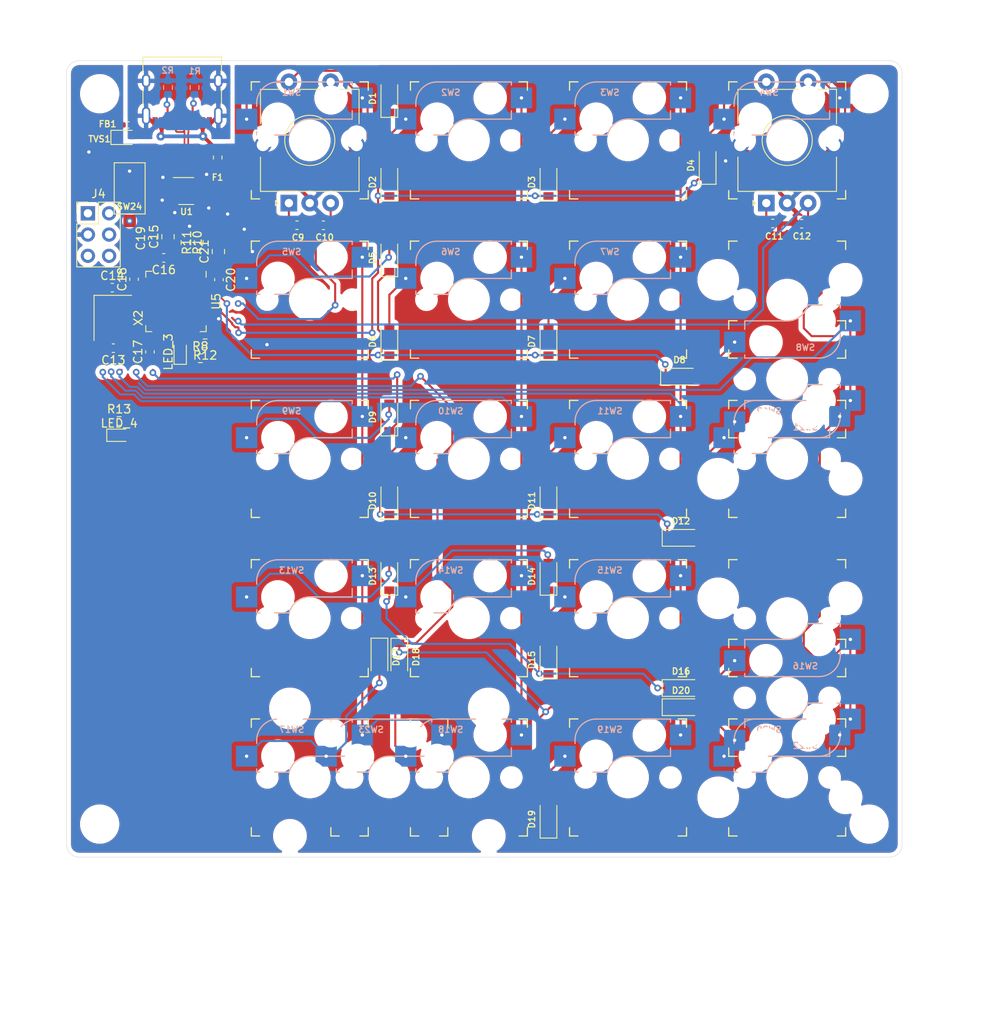
<source format=kicad_pcb>
(kicad_pcb (version 20171130) (host pcbnew "(5.1.9)-1")
  (layers (0 F.Cu signal) (31 B.Cu signal) (34 B.Paste user) (35 F.Paste user) (36 B.SilkS user) (37 F.SilkS user) (38 B.Mask user) (39 F.Mask user) (44 Edge.Cuts user))
  (net 0 "")
  (net 1 GND)
  (net 2 GNDPWR)
  (net 3 "Net-(J1-PadA5)")
  (net 4 D-)
  (net 5 D+)
  (net 6 "Net-(J1-PadB5)")
  (net 7 RESET)
  (net 8 VCC)
  (net 9 Col_3)
  (net 10 Col_2)
  (net 11 Col_1)
  (net 12 Col_0)
  (net 13 Row_4)
  (net 14 Row_3)
  (net 15 Row_2)
  (net 16 Row_1)
  (net 17 Row_0)
  (net 18 Enc_0_A)
  (net 19 Enc_0_B)
  (net 20 Enc_1_A)
  (net 21 Enc_1_B)
  (net 22 Enc_0)
  (net 23 "Net-(D6-Pad2)")
  (net 24 "Net-(D7-Pad2)")
  (net 25 Enc_1)
  (net 26 "Net-(D9-Pad2)")
  (net 27 "Net-(D10-Pad2)")
  (net 28 "Net-(D11-Pad2)")
  (net 29 "Net-(D13-Pad2)")
  (net 30 "Net-(D14-Pad2)")
  (net 31 "Net-(D15-Pad2)")
  (net 32 Alt_Plus)
  (net 33 "Net-(D18-Pad2)")
  (net 34 "Net-(D19-Pad2)")
  (net 35 Alt_0)
  (net 36 Alt_Enter)
  (net 37 "Net-(D2-Pad2)")
  (net 38 "Net-(D3-Pad2)")
  (net 39 "Net-(D5-Pad2)")
  (net 40 "Net-(D8-Pad2)")
  (net 41 "Net-(D16-Pad2)")
  (net 42 /XTAL1)
  (net 43 /XTAL2)
  (net 44 /UCAP)
  (net 45 MOSI)
  (net 46 MISO)
  (net 47 SCK)
  (net 48 "Net-(LED_3-Pad1)")
  (net 49 "Net-(LED_4-Pad1)")
  (net 50 /DD+)
  (net 51 /DD-)
  (net 52 /BOOT)
  (net 53 "Net-(F1-Pad2)")
  (net 54 /LED)
  (module Crystal:Crystal_SMD_3225-4Pin_3.2x2.5mm_HandSoldering (layer F.Cu) (at 42.926 70.485 270)
    (fp_text reference X2 (at 0 -3.05 90) (layer F.SilkS))
    (fp_text value X322516MLB4SI)
    (pad 4 smd rect (at -1.45 -1.15 270) (size 2.1 1.8) (layers F.Cu F.Paste F.Mask) (net 1 GND))
    (pad 3 smd rect (at 1.45 -1.15 270) (size 2.1 1.8) (layers F.Cu F.Paste F.Mask) (net 42 /XTAL1))
    (pad 2 smd rect (at 1.45 1.15 270) (size 2.1 1.8) (layers F.Cu F.Paste F.Mask) (net 1 GND))
    (pad 1 smd rect (at -1.45 1.15 270) (size 2.1 1.8) (layers F.Cu F.Paste F.Mask) (net 43 /XTAL2))
  )
  (module Package_DFN_QFN:QFN-44-1EP_7x7mm_P0.5mm_EP5.15x5.15mm (layer F.Cu) (at 50.4825 68.5165 270)
    (fp_text reference U5 (at 0 -4.82 90) (layer F.SilkS))
    (fp_text value ATmega32U4)
    (pad 45 smd rect (at 0 0 270) (size 5.15 5.15) (layers F.Cu F.Mask))
    (pad 44 smd roundrect (at -2.5 -3.4375 270) (size 0.25 0.875) (layers F.Cu F.Paste F.Mask) (net 8 VCC))
    (pad 43 smd roundrect (at -2 -3.4375 270) (size 0.25 0.875) (layers F.Cu F.Paste F.Mask) (net 1 GND))
    (pad 42 smd roundrect (at -1.5 -3.4375 270) (size 0.25 0.875) (layers F.Cu F.Paste F.Mask))
    (pad 41 smd roundrect (at -1 -3.4375 270) (size 0.25 0.875) (layers F.Cu F.Paste F.Mask) (net 16 Row_1))
    (pad 40 smd roundrect (at -0.5 -3.4375 270) (size 0.25 0.875) (layers F.Cu F.Paste F.Mask) (net 17 Row_0))
    (pad 39 smd roundrect (at 0 -3.4375 270) (size 0.25 0.875) (layers F.Cu F.Paste F.Mask) (net 9 Col_3))
    (pad 38 smd roundrect (at 0.5 -3.4375 270) (size 0.25 0.875) (layers F.Cu F.Paste F.Mask) (net 10 Col_2))
    (pad 37 smd roundrect (at 1 -3.4375 270) (size 0.25 0.875) (layers F.Cu F.Paste F.Mask) (net 11 Col_1))
    (pad 36 smd roundrect (at 1.5 -3.4375 270) (size 0.25 0.875) (layers F.Cu F.Paste F.Mask) (net 12 Col_0))
    (pad 35 smd roundrect (at 2 -3.4375 270) (size 0.25 0.875) (layers F.Cu F.Paste F.Mask) (net 1 GND))
    (pad 34 smd roundrect (at 2.5 -3.4375 270) (size 0.25 0.875) (layers F.Cu F.Paste F.Mask) (net 8 VCC))
    (pad 33 smd roundrect (at 3.4375 -2.5 270) (size 0.875 0.25) (layers F.Cu F.Paste F.Mask) (net 52 /BOOT))
    (pad 32 smd roundrect (at 3.4375 -2 270) (size 0.875 0.25) (layers F.Cu F.Paste F.Mask))
    (pad 31 smd roundrect (at 3.4375 -1.5 270) (size 0.875 0.25) (layers F.Cu F.Paste F.Mask))
    (pad 30 smd roundrect (at 3.4375 -1 270) (size 0.875 0.25) (layers F.Cu F.Paste F.Mask))
    (pad 29 smd roundrect (at 3.4375 -0.5 270) (size 0.875 0.25) (layers F.Cu F.Paste F.Mask) (net 54 /LED))
    (pad 28 smd roundrect (at 3.4375 0 270) (size 0.875 0.25) (layers F.Cu F.Paste F.Mask))
    (pad 27 smd roundrect (at 3.4375 0.5 270) (size 0.875 0.25) (layers F.Cu F.Paste F.Mask) (net 14 Row_3))
    (pad 26 smd roundrect (at 3.4375 1 270) (size 0.875 0.25) (layers F.Cu F.Paste F.Mask) (net 13 Row_4))
    (pad 25 smd roundrect (at 3.4375 1.5 270) (size 0.875 0.25) (layers F.Cu F.Paste F.Mask))
    (pad 24 smd roundrect (at 3.4375 2 270) (size 0.875 0.25) (layers F.Cu F.Paste F.Mask) (net 8 VCC))
    (pad 23 smd roundrect (at 3.4375 2.5 270) (size 0.875 0.25) (layers F.Cu F.Paste F.Mask) (net 1 GND))
    (pad 22 smd roundrect (at 2.5 3.4375 270) (size 0.25 0.875) (layers F.Cu F.Paste F.Mask))
    (pad 21 smd roundrect (at 2 3.4375 270) (size 0.25 0.875) (layers F.Cu F.Paste F.Mask))
    (pad 20 smd roundrect (at 1.5 3.4375 270) (size 0.25 0.875) (layers F.Cu F.Paste F.Mask))
    (pad 19 smd roundrect (at 1 3.4375 270) (size 0.25 0.875) (layers F.Cu F.Paste F.Mask))
    (pad 18 smd roundrect (at 0.5 3.4375 270) (size 0.25 0.875) (layers F.Cu F.Paste F.Mask))
    (pad 17 smd roundrect (at 0 3.4375 270) (size 0.25 0.875) (layers F.Cu F.Paste F.Mask) (net 42 /XTAL1))
    (pad 16 smd roundrect (at -0.5 3.4375 270) (size 0.25 0.875) (layers F.Cu F.Paste F.Mask) (net 43 /XTAL2))
    (pad 15 smd roundrect (at -1 3.4375 270) (size 0.25 0.875) (layers F.Cu F.Paste F.Mask) (net 1 GND))
    (pad 14 smd roundrect (at -1.5 3.4375 270) (size 0.25 0.875) (layers F.Cu F.Paste F.Mask) (net 8 VCC))
    (pad 13 smd roundrect (at -2 3.4375 270) (size 0.25 0.875) (layers F.Cu F.Paste F.Mask) (net 7 RESET))
    (pad 12 smd roundrect (at -2.5 3.4375 270) (size 0.25 0.875) (layers F.Cu F.Paste F.Mask))
    (pad 11 smd roundrect (at -3.4375 2.5 270) (size 0.875 0.25) (layers F.Cu F.Paste F.Mask) (net 46 MISO))
    (pad 10 smd roundrect (at -3.4375 2 270) (size 0.875 0.25) (layers F.Cu F.Paste F.Mask) (net 45 MOSI))
    (pad 9 smd roundrect (at -3.4375 1.5 270) (size 0.875 0.25) (layers F.Cu F.Paste F.Mask) (net 47 SCK))
    (pad 8 smd roundrect (at -3.4375 1 270) (size 0.875 0.25) (layers F.Cu F.Paste F.Mask))
    (pad 7 smd roundrect (at -3.4375 0.5 270) (size 0.875 0.25) (layers F.Cu F.Paste F.Mask) (net 8 VCC))
    (pad 6 smd roundrect (at -3.4375 0 270) (size 0.875 0.25) (layers F.Cu F.Paste F.Mask) (net 44 /UCAP))
    (pad 5 smd roundrect (at -3.4375 -0.5 270) (size 0.875 0.25) (layers F.Cu F.Paste F.Mask) (net 1 GND))
    (pad 4 smd roundrect (at -3.4375 -1 270) (size 0.875 0.25) (layers F.Cu F.Paste F.Mask) (net 50 /DD+))
    (pad 3 smd roundrect (at -3.4375 -1.5 270) (size 0.875 0.25) (layers F.Cu F.Paste F.Mask) (net 51 /DD-))
    (pad 2 smd roundrect (at -3.4375 -2 270) (size 0.875 0.25) (layers F.Cu F.Paste F.Mask) (net 8 VCC))
    (pad 1 smd roundrect (at -3.4375 -2.5 270) (size 0.875 0.25) (layers F.Cu F.Paste F.Mask) (net 15 Row_2))
  )
  (module Resistor_SMD:R_0603_1608Metric (layer F.Cu) (at 43.679 82.827)
    (fp_text reference R13 (at 0 -1.43) (layer F.SilkS))
    (fp_text value 33)
    (pad 2 smd roundrect (at 0.825 0) (size 0.8 0.95) (layers F.Cu F.Paste F.Mask) (net 1 GND))
    (pad 1 smd roundrect (at -0.825 0) (size 0.8 0.95) (layers F.Cu F.Paste F.Mask) (net 49 "Net-(LED_4-Pad1)"))
  )
  (module Resistor_SMD:R_0603_1608Metric (layer F.Cu) (at 53.975 73.533 180)
    (fp_text reference R12 (at 0 -1.43) (layer F.SilkS))
    (fp_text value 10k)
    (pad 2 smd roundrect (at 0.825 0 180) (size 0.8 0.95) (layers F.Cu F.Paste F.Mask) (net 52 /BOOT))
    (pad 1 smd roundrect (at -0.825 0 180) (size 0.8 0.95) (layers F.Cu F.Paste F.Mask) (net 1 GND))
  )
  (module Resistor_SMD:R_0603_1608Metric (layer F.Cu) (at 53.213 61.468 90)
    (fp_text reference R11 (at 0 -1.43 90) (layer F.SilkS))
    (fp_text value 22)
    (pad 2 smd roundrect (at 0.825 0 90) (size 0.8 0.95) (layers F.Cu F.Paste F.Mask) (net 4 D-))
    (pad 1 smd roundrect (at -0.825 0 90) (size 0.8 0.95) (layers F.Cu F.Paste F.Mask) (net 51 /DD-))
  )
  (module Resistor_SMD:R_0603_1608Metric (layer F.Cu) (at 51.6255 61.468 270)
    (fp_text reference R10 (at 0 -1.43 90) (layer F.SilkS))
    (fp_text value 22)
    (pad 2 smd roundrect (at 0.825 0 270) (size 0.8 0.95) (layers F.Cu F.Paste F.Mask) (net 50 /DD+))
    (pad 1 smd roundrect (at -0.825 0 270) (size 0.8 0.95) (layers F.Cu F.Paste F.Mask) (net 5 D+))
  )
  (module Resistor_SMD:R_0603_1608Metric (layer F.Cu) (at 53.404 75.311)
    (fp_text reference R8 (at 0 -1.43) (layer F.SilkS))
    (fp_text value 33)
    (pad 2 smd roundrect (at 0.825 0) (size 0.8 0.95) (layers F.Cu F.Paste F.Mask) (net 1 GND))
    (pad 1 smd roundrect (at -0.825 0) (size 0.8 0.95) (layers F.Cu F.Paste F.Mask) (net 48 "Net-(LED_3-Pad1)"))
  )
  (module LED_SMD:LED_0603_1608Metric (layer F.Cu) (at 43.688 84.5185)
    (fp_text reference LED_4 (at 0 -1.43) (layer F.SilkS))
    (fp_text value PWR_LED)
    (pad 2 smd roundrect (at 0.7875 0) (size 0.875 0.95) (layers F.Cu F.Paste F.Mask) (net 8 VCC))
    (pad 1 smd roundrect (at -0.7875 0) (size 0.875 0.95) (layers F.Cu F.Paste F.Mask) (net 49 "Net-(LED_4-Pad1)"))
  )
  (module LED_SMD:LED_0603_1608Metric (layer F.Cu) (at 50.9905 74.549 90)
    (fp_text reference LED_3 (at 0 -1.43 90) (layer F.SilkS))
    (fp_text value STATUS_LED)
    (pad 2 smd roundrect (at 0.7875 0 90) (size 0.875 0.95) (layers F.Cu F.Paste F.Mask) (net 54 /LED))
    (pad 1 smd roundrect (at -0.7875 0 90) (size 0.875 0.95) (layers F.Cu F.Paste F.Mask) (net 48 "Net-(LED_3-Pad1)"))
  )
  (module Connector_PinHeader_2.54mm:PinHeader_2x03_P2.54mm_Vertical (layer F.Cu) (at 39.9415 57.9755)
    (fp_text reference J4 (at 1.27 -2.33) (layer F.SilkS))
    (fp_text value Conn_01x06)
    (pad 6 thru_hole oval (at 2.54 5.08) (size 1.7 1.7) (drill 1) (layers *.Cu *.Mask) (net 45 MOSI))
    (pad 5 thru_hole oval (at 0 5.08) (size 1.7 1.7) (drill 1) (layers *.Cu *.Mask) (net 46 MISO))
    (pad 4 thru_hole oval (at 2.54 2.54) (size 1.7 1.7) (drill 1) (layers *.Cu *.Mask) (net 47 SCK))
    (pad 3 thru_hole oval (at 0 2.54) (size 1.7 1.7) (drill 1) (layers *.Cu *.Mask) (net 1 GND))
    (pad 2 thru_hole oval (at 2.54 0) (size 1.7 1.7) (drill 1) (layers *.Cu *.Mask) (net 7 RESET))
    (pad 1 thru_hole rect (at 0 0) (size 1.7 1.7) (drill 1) (layers *.Cu *.Mask) (net 8 VCC))
  )
  (module Capacitor_SMD:C_0805_2012Metric (layer F.Cu) (at 55.5625 62.545 90)
    (fp_text reference C21 (at 0 -1.68 90) (layer F.SilkS))
    (fp_text value 4.7uF)
    (pad 2 smd roundrect (at 0.95 0 90) (size 1 1.45) (layers F.Cu F.Paste F.Mask) (net 1 GND))
    (pad 1 smd roundrect (at -0.95 0 90) (size 1 1.45) (layers F.Cu F.Paste F.Mask) (net 8 VCC))
  )
  (module Capacitor_SMD:C_0603_1608Metric (layer F.Cu) (at 55.626 65.913 270)
    (fp_text reference C20 (at 0 -1.43 90) (layer F.SilkS))
    (fp_text value 0.1uF)
    (pad 2 smd roundrect (at 0.775 0 270) (size 0.9 0.95) (layers F.Cu F.Paste F.Mask) (net 1 GND))
    (pad 1 smd roundrect (at -0.775 0 270) (size 0.9 0.95) (layers F.Cu F.Paste F.Mask) (net 8 VCC))
  )
  (module Capacitor_SMD:C_0603_1608Metric (layer F.Cu) (at 47.6885 60.96 90)
    (fp_text reference C19 (at 0 -1.43 90) (layer F.SilkS))
    (fp_text value 0.1uF)
    (pad 2 smd roundrect (at 0.775 0 90) (size 0.9 0.95) (layers F.Cu F.Paste F.Mask) (net 1 GND))
    (pad 1 smd roundrect (at -0.775 0 90) (size 0.9 0.95) (layers F.Cu F.Paste F.Mask) (net 8 VCC))
  )
  (module Capacitor_SMD:C_0603_1608Metric (layer F.Cu) (at 45.466 65.8625 90)
    (fp_text reference C18 (at 0 -1.43 90) (layer F.SilkS))
    (fp_text value 0.1uF)
    (pad 2 smd roundrect (at 0.775 0 90) (size 0.9 0.95) (layers F.Cu F.Paste F.Mask) (net 1 GND))
    (pad 1 smd roundrect (at -0.775 0 90) (size 0.9 0.95) (layers F.Cu F.Paste F.Mask) (net 8 VCC))
  )
  (module Capacitor_SMD:C_0603_1608Metric (layer F.Cu) (at 47.371 74.549 90)
    (fp_text reference C17 (at 0 -1.43 90) (layer F.SilkS))
    (fp_text value 0.1uF)
    (pad 2 smd roundrect (at 0.775 0 90) (size 0.9 0.95) (layers F.Cu F.Paste F.Mask) (net 1 GND))
    (pad 1 smd roundrect (at -0.775 0 90) (size 0.9 0.95) (layers F.Cu F.Paste F.Mask) (net 8 VCC))
  )
  (module Capacitor_SMD:C_0603_1608Metric (layer F.Cu) (at 49.022 63.3095 180)
    (fp_text reference C16 (at 0 -1.43) (layer F.SilkS))
    (fp_text value 0.1uF)
    (pad 2 smd roundrect (at 0.775 0 180) (size 0.9 0.95) (layers F.Cu F.Paste F.Mask) (net 1 GND))
    (pad 1 smd roundrect (at -0.775 0 180) (size 0.9 0.95) (layers F.Cu F.Paste F.Mask) (net 8 VCC))
  )
  (module Capacitor_SMD:C_0805_2012Metric (layer F.Cu) (at 49.53 60.7695 90)
    (fp_text reference C15 (at 0 -1.68 90) (layer F.SilkS))
    (fp_text value 1uF)
    (pad 2 smd roundrect (at 0.95 0 90) (size 1 1.45) (layers F.Cu F.Paste F.Mask) (net 1 GND))
    (pad 1 smd roundrect (at -0.95 0 90) (size 1 1.45) (layers F.Cu F.Paste F.Mask) (net 44 /UCAP))
  )
  (module Capacitor_SMD:C_0603_1608Metric (layer F.Cu) (at 42.8625 66.8655)
    (fp_text reference C14 (at 0 -1.43) (layer F.SilkS))
    (fp_text value 12pF)
    (pad 2 smd roundrect (at 0.775 0) (size 0.9 0.95) (layers F.Cu F.Paste F.Mask) (net 1 GND))
    (pad 1 smd roundrect (at -0.775 0) (size 0.9 0.95) (layers F.Cu F.Paste F.Mask) (net 43 /XTAL2))
  )
  (module Capacitor_SMD:C_0603_1608Metric (layer F.Cu) (at 42.9895 74.1045 180)
    (fp_text reference C13 (at 0 -1.43) (layer F.SilkS))
    (fp_text value 12pF)
    (pad 2 smd roundrect (at 0.775 0 180) (size 0.9 0.95) (layers F.Cu F.Paste F.Mask) (net 1 GND))
    (pad 1 smd roundrect (at -0.775 0 180) (size 0.9 0.95) (layers F.Cu F.Paste F.Mask) (net 42 /XTAL1))
  )
  (module "Keyboard Library:RotaryEncoder_Alps_EC11E-Switch_Vertical_H20mm" (layer F.Cu) (at 123.65 49.25 90)
    (fp_text reference ENC2 hide)
    (fp_text value Rotary_Encoder_Switch_GND)
    (pad MP thru_hole circle (at -0.54 5.6 90) (size 2 2) (drill 1.5) (layers *.Cu *.Mask) (net 1 GND))
    (pad "" np_thru_hole circle (at 0.54 5.6 90) (size 1.5 1.5) (drill 1.5) (layers *.Cu *.Mask))
    (pad "" np_thru_hole circle (at 0.54 -5.6 90) (size 1.5 1.5) (drill 1.5) (layers *.Cu *.Mask))
    (pad A thru_hole rect (at -7.5 -2.5 90) (size 2 2) (drill 1) (layers *.Cu *.Mask) (net 20 Enc_1_A))
    (pad C thru_hole circle (at -7.5 0 90) (size 2 2) (drill 1) (layers *.Cu *.Mask) (net 1 GND))
    (pad B thru_hole circle (at -7.5 2.5 90) (size 2 2) (drill 1) (layers *.Cu *.Mask) (net 21 Enc_1_B))
    (pad S2 thru_hole circle (at 7 -2.5 90) (size 2 2) (drill 1) (layers *.Cu *.Mask) (net 25 Enc_1))
    (pad S1 thru_hole circle (at 7 2.5 90) (size 2 2) (drill 1) (layers *.Cu *.Mask) (net 9 Col_3))
    (pad MP thru_hole circle (at -0.54 -5.6 90) (size 2 2) (drill 1.5) (layers *.Cu *.Mask) (net 1 GND))
  )
  (module "Keyboard Library:RotaryEncoder_Alps_EC11E-Switch_Vertical_H20mm" (layer F.Cu) (at 66.5 49.25 90)
    (fp_text reference ENC1 hide)
    (fp_text value Rotary_Encoder_Switch_GND)
    (pad MP thru_hole circle (at -0.54 5.6 90) (size 2 2) (drill 1.5) (layers *.Cu *.Mask) (net 1 GND))
    (pad "" np_thru_hole circle (at 0.54 5.6 90) (size 1.5 1.5) (drill 1.5) (layers *.Cu *.Mask))
    (pad "" np_thru_hole circle (at 0.54 -5.6 90) (size 1.5 1.5) (drill 1.5) (layers *.Cu *.Mask))
    (pad A thru_hole rect (at -7.5 -2.5 90) (size 2 2) (drill 1) (layers *.Cu *.Mask) (net 18 Enc_0_A))
    (pad C thru_hole circle (at -7.5 0 90) (size 2 2) (drill 1) (layers *.Cu *.Mask) (net 1 GND))
    (pad B thru_hole circle (at -7.5 2.5 90) (size 2 2) (drill 1) (layers *.Cu *.Mask) (net 19 Enc_0_B))
    (pad S2 thru_hole circle (at 7 -2.5 90) (size 2 2) (drill 1) (layers *.Cu *.Mask) (net 22 Enc_0))
    (pad S1 thru_hole circle (at 7 2.5 90) (size 2 2) (drill 1) (layers *.Cu *.Mask) (net 12 Col_0))
    (pad MP thru_hole circle (at -0.54 -5.6 90) (size 2 2) (drill 1.5) (layers *.Cu *.Mask) (net 1 GND))
  )
  (module "Keyboard Library:SW_SPST_CK_RS282G05A3" (layer F.Cu) (at 44.942 54.991 90)
    (fp_text reference SW24 (at -2.169 -0.022 180) (layer F.SilkS) (effects (font (size 0.75 0.75))))
    (fp_text value TS-A002)
    (pad 3 smd rect (at 0 -1.3 90) (size 1.5 1.5) (layers F.Cu F.Paste F.Mask))
    (pad 3 smd rect (at 0 1.3 90) (size 1.5 1.5) (layers F.Cu F.Paste F.Mask))
    (pad 2 smd rect (at 3.9 0 90) (size 1.5 1.5) (layers F.Cu F.Paste F.Mask) (net 1 GND))
    (pad 1 smd rect (at -3.9 0 90) (size 1.5 1.5) (layers F.Cu F.Paste F.Mask) (net 7 RESET))
  )
  (module keyswitches:Kailh_socket_MX_RGB (layer F.Cu) (at 123.65 125.45)
    (fp_text reference SW20 (at -2.175 -5.725) (layer B.SilkS) (effects (font (size 0.75 0.75)) (justify mirror)))
    (fp_text value SW_Push hide)
    (pad 2 smd rect (at -7.56 -2.54) (size 2.55 2.5) (layers B.Cu B.Paste B.Mask) (net 36 Alt_Enter))
    (pad "" np_thru_hole circle (at -5.08 0) (size 1.7018 1.7018) (drill 1.7018) (layers *.Cu *.Mask))
    (pad "" np_thru_hole circle (at 5.08 0) (size 1.7018 1.7018) (drill 1.7018) (layers *.Cu *.Mask))
    (pad "" np_thru_hole circle (at 0 0) (size 3.9878 3.9878) (drill 3.9878) (layers *.Cu *.Mask))
    (pad "" np_thru_hole circle (at -3.81 -2.54) (size 3 3) (drill 3) (layers *.Cu *.Mask))
    (pad "" np_thru_hole circle (at 2.54 -5.08) (size 3 3) (drill 3) (layers *.Cu *.Mask))
    (pad 1 smd rect (at 6.29 -5.08) (size 2.55 2.5) (layers B.Cu B.Paste B.Mask) (net 9 Col_3))
  )
  (module keyswitches:Kailh_socket_MX_RGB (layer F.Cu) (at 104.6 125.45)
    (fp_text reference SW19 (at -2.175 -5.725) (layer B.SilkS) (effects (font (size 0.75 0.75)) (justify mirror)))
    (fp_text value SW_Push hide)
    (pad 2 smd rect (at -7.56 -2.54) (size 2.55 2.5) (layers B.Cu B.Paste B.Mask) (net 34 "Net-(D19-Pad2)"))
    (pad "" np_thru_hole circle (at -5.08 0) (size 1.7018 1.7018) (drill 1.7018) (layers *.Cu *.Mask))
    (pad "" np_thru_hole circle (at 5.08 0) (size 1.7018 1.7018) (drill 1.7018) (layers *.Cu *.Mask))
    (pad "" np_thru_hole circle (at 0 0) (size 3.9878 3.9878) (drill 3.9878) (layers *.Cu *.Mask))
    (pad "" np_thru_hole circle (at -3.81 -2.54) (size 3 3) (drill 3) (layers *.Cu *.Mask))
    (pad "" np_thru_hole circle (at 2.54 -5.08) (size 3 3) (drill 3) (layers *.Cu *.Mask))
    (pad 1 smd rect (at 6.29 -5.08) (size 2.55 2.5) (layers B.Cu B.Paste B.Mask) (net 10 Col_2))
  )
  (module keyswitches:Kailh_socket_MX_RGB (layer F.Cu) (at 85.55 125.45)
    (fp_text reference SW18 (at -2.175 -5.725) (layer B.SilkS) (effects (font (size 0.75 0.75)) (justify mirror)))
    (fp_text value SW_Push hide)
    (pad 2 smd rect (at -7.56 -2.54) (size 2.55 2.5) (layers B.Cu B.Paste B.Mask) (net 33 "Net-(D18-Pad2)"))
    (pad "" np_thru_hole circle (at -5.08 0) (size 1.7018 1.7018) (drill 1.7018) (layers *.Cu *.Mask))
    (pad "" np_thru_hole circle (at 5.08 0) (size 1.7018 1.7018) (drill 1.7018) (layers *.Cu *.Mask))
    (pad "" np_thru_hole circle (at 0 0) (size 3.9878 3.9878) (drill 3.9878) (layers *.Cu *.Mask))
    (pad "" np_thru_hole circle (at -3.81 -2.54) (size 3 3) (drill 3) (layers *.Cu *.Mask))
    (pad "" np_thru_hole circle (at 2.54 -5.08) (size 3 3) (drill 3) (layers *.Cu *.Mask))
    (pad 1 smd rect (at 6.29 -5.08) (size 2.55 2.5) (layers B.Cu B.Paste B.Mask) (net 11 Col_1))
  )
  (module keyswitches:Kailh_socket_MX_RGB (layer F.Cu) (at 66.5 125.45)
    (fp_text reference SW17 (at -2.175 -5.725) (layer B.SilkS) (effects (font (size 0.75 0.75)) (justify mirror)))
    (fp_text value SW_Push hide)
    (pad 2 smd rect (at -7.56 -2.54) (size 2.55 2.5) (layers B.Cu B.Paste B.Mask) (net 35 Alt_0))
    (pad "" np_thru_hole circle (at -5.08 0) (size 1.7018 1.7018) (drill 1.7018) (layers *.Cu *.Mask))
    (pad "" np_thru_hole circle (at 5.08 0) (size 1.7018 1.7018) (drill 1.7018) (layers *.Cu *.Mask))
    (pad "" np_thru_hole circle (at 0 0) (size 3.9878 3.9878) (drill 3.9878) (layers *.Cu *.Mask))
    (pad "" np_thru_hole circle (at -3.81 -2.54) (size 3 3) (drill 3) (layers *.Cu *.Mask))
    (pad "" np_thru_hole circle (at 2.54 -5.08) (size 3 3) (drill 3) (layers *.Cu *.Mask))
    (pad 1 smd rect (at 6.29 -5.08) (size 2.55 2.5) (layers B.Cu B.Paste B.Mask) (net 12 Col_0))
  )
  (module keyswitches:Kailh_socket_MX_RGB (layer F.Cu) (at 76.025 125.45)
    (fp_text reference SW23 (at -2.175 -5.725) (layer B.SilkS) (effects (font (size 0.75 0.75)) (justify mirror)))
    (fp_text value SW_Push hide)
    (pad 2 smd rect (at -7.56 -2.54) (size 2.55 2.5) (layers B.Cu B.Paste B.Mask) (net 35 Alt_0))
    (pad "" np_thru_hole circle (at -5.08 0) (size 1.7018 1.7018) (drill 1.7018) (layers *.Cu *.Mask))
    (pad "" np_thru_hole circle (at 5.08 0) (size 1.7018 1.7018) (drill 1.7018) (layers *.Cu *.Mask))
    (pad "" np_thru_hole circle (at 0 0) (size 3.9878 3.9878) (drill 3.9878) (layers *.Cu *.Mask))
    (pad "" np_thru_hole circle (at -3.81 -2.54) (size 3 3) (drill 3) (layers *.Cu *.Mask))
    (pad "" np_thru_hole circle (at 2.54 -5.08) (size 3 3) (drill 3) (layers *.Cu *.Mask))
    (pad 1 smd rect (at 6.29 -5.08) (size 2.55 2.5) (layers B.Cu B.Paste B.Mask) (net 12 Col_0))
  )
  (module keyswitches:Kailh_socket_MX_RGB (layer F.Cu) (at 123.65 115.925 180)
    (fp_text reference SW22 (at -2.175 -5.725) (layer B.SilkS) (effects (font (size 0.75 0.75)) (justify mirror)))
    (fp_text value SW_Push hide)
    (pad 2 smd rect (at -7.56 -2.54 180) (size 2.55 2.5) (layers B.Cu B.Paste B.Mask) (net 9 Col_3))
    (pad "" np_thru_hole circle (at -5.08 0 180) (size 1.7018 1.7018) (drill 1.7018) (layers *.Cu *.Mask))
    (pad "" np_thru_hole circle (at 5.08 0 180) (size 1.7018 1.7018) (drill 1.7018) (layers *.Cu *.Mask))
    (pad "" np_thru_hole circle (at 0 0 180) (size 3.9878 3.9878) (drill 3.9878) (layers *.Cu *.Mask))
    (pad "" np_thru_hole circle (at -3.81 -2.54 180) (size 3 3) (drill 3) (layers *.Cu *.Mask))
    (pad "" np_thru_hole circle (at 2.54 -5.08 180) (size 3 3) (drill 3) (layers *.Cu *.Mask))
    (pad 1 smd rect (at 6.29 -5.08 180) (size 2.55 2.5) (layers B.Cu B.Paste B.Mask) (net 36 Alt_Enter))
  )
  (module keyswitches:Kailh_socket_MX_RGB (layer F.Cu) (at 123.65 106.4 180)
    (fp_text reference SW16 (at -2.175 -5.725) (layer B.SilkS) (effects (font (size 0.75 0.75)) (justify mirror)))
    (fp_text value SW_Push hide)
    (pad 1 smd rect (at 6.29 -5.08 180) (size 2.55 2.5) (layers B.Cu B.Paste B.Mask) (net 41 "Net-(D16-Pad2)"))
    (pad "" np_thru_hole circle (at 2.54 -5.08 180) (size 3 3) (drill 3) (layers *.Cu *.Mask))
    (pad "" np_thru_hole circle (at -3.81 -2.54 180) (size 3 3) (drill 3) (layers *.Cu *.Mask))
    (pad "" np_thru_hole circle (at 0 0 180) (size 3.9878 3.9878) (drill 3.9878) (layers *.Cu *.Mask))
    (pad "" np_thru_hole circle (at 5.08 0 180) (size 1.7018 1.7018) (drill 1.7018) (layers *.Cu *.Mask))
    (pad "" np_thru_hole circle (at -5.08 0 180) (size 1.7018 1.7018) (drill 1.7018) (layers *.Cu *.Mask))
    (pad 2 smd rect (at -7.56 -2.54 180) (size 2.55 2.5) (layers B.Cu B.Paste B.Mask) (net 9 Col_3))
  )
  (module keyswitches:Kailh_socket_MX_RGB (layer F.Cu) (at 104.6 106.4)
    (fp_text reference SW15 (at -2.175 -5.725) (layer B.SilkS) (effects (font (size 0.75 0.75)) (justify mirror)))
    (fp_text value SW_Push hide)
    (pad 2 smd rect (at -7.56 -2.54) (size 2.55 2.5) (layers B.Cu B.Paste B.Mask) (net 31 "Net-(D15-Pad2)"))
    (pad "" np_thru_hole circle (at -5.08 0) (size 1.7018 1.7018) (drill 1.7018) (layers *.Cu *.Mask))
    (pad "" np_thru_hole circle (at 5.08 0) (size 1.7018 1.7018) (drill 1.7018) (layers *.Cu *.Mask))
    (pad "" np_thru_hole circle (at 0 0) (size 3.9878 3.9878) (drill 3.9878) (layers *.Cu *.Mask))
    (pad "" np_thru_hole circle (at -3.81 -2.54) (size 3 3) (drill 3) (layers *.Cu *.Mask))
    (pad "" np_thru_hole circle (at 2.54 -5.08) (size 3 3) (drill 3) (layers *.Cu *.Mask))
    (pad 1 smd rect (at 6.29 -5.08) (size 2.55 2.5) (layers B.Cu B.Paste B.Mask) (net 10 Col_2))
  )
  (module keyswitches:Kailh_socket_MX_RGB (layer F.Cu) (at 85.55 106.4)
    (fp_text reference SW14 (at -2.175 -5.725) (layer B.SilkS) (effects (font (size 0.75 0.75)) (justify mirror)))
    (fp_text value SW_Push hide)
    (pad 2 smd rect (at -7.56 -2.54) (size 2.55 2.5) (layers B.Cu B.Paste B.Mask) (net 30 "Net-(D14-Pad2)"))
    (pad "" np_thru_hole circle (at -5.08 0) (size 1.7018 1.7018) (drill 1.7018) (layers *.Cu *.Mask))
    (pad "" np_thru_hole circle (at 5.08 0) (size 1.7018 1.7018) (drill 1.7018) (layers *.Cu *.Mask))
    (pad "" np_thru_hole circle (at 0 0) (size 3.9878 3.9878) (drill 3.9878) (layers *.Cu *.Mask))
    (pad "" np_thru_hole circle (at -3.81 -2.54) (size 3 3) (drill 3) (layers *.Cu *.Mask))
    (pad "" np_thru_hole circle (at 2.54 -5.08) (size 3 3) (drill 3) (layers *.Cu *.Mask))
    (pad 1 smd rect (at 6.29 -5.08) (size 2.55 2.5) (layers B.Cu B.Paste B.Mask) (net 11 Col_1))
  )
  (module keyswitches:Kailh_socket_MX_RGB (layer F.Cu) (at 66.5 106.4)
    (fp_text reference SW13 (at -2.175 -5.725) (layer B.SilkS) (effects (font (size 0.75 0.75)) (justify mirror)))
    (fp_text value SW_Push hide)
    (pad 2 smd rect (at -7.56 -2.54) (size 2.55 2.5) (layers B.Cu B.Paste B.Mask) (net 29 "Net-(D13-Pad2)"))
    (pad "" np_thru_hole circle (at -5.08 0) (size 1.7018 1.7018) (drill 1.7018) (layers *.Cu *.Mask))
    (pad "" np_thru_hole circle (at 5.08 0) (size 1.7018 1.7018) (drill 1.7018) (layers *.Cu *.Mask))
    (pad "" np_thru_hole circle (at 0 0) (size 3.9878 3.9878) (drill 3.9878) (layers *.Cu *.Mask))
    (pad "" np_thru_hole circle (at -3.81 -2.54) (size 3 3) (drill 3) (layers *.Cu *.Mask))
    (pad "" np_thru_hole circle (at 2.54 -5.08) (size 3 3) (drill 3) (layers *.Cu *.Mask))
    (pad 1 smd rect (at 6.29 -5.08) (size 2.55 2.5) (layers B.Cu B.Paste B.Mask) (net 12 Col_0))
  )
  (module keyswitches:Kailh_socket_MX_RGB (layer F.Cu) (at 123.65 77.825 180)
    (fp_text reference SW21 (at -2.175 -5.725) (layer B.SilkS) (effects (font (size 0.75 0.75)) (justify mirror)))
    (fp_text value SW_Push hide)
    (pad 2 smd rect (at -7.56 -2.54 180) (size 2.55 2.5) (layers B.Cu B.Paste B.Mask) (net 9 Col_3))
    (pad "" np_thru_hole circle (at -5.08 0 180) (size 1.7018 1.7018) (drill 1.7018) (layers *.Cu *.Mask))
    (pad "" np_thru_hole circle (at 5.08 0 180) (size 1.7018 1.7018) (drill 1.7018) (layers *.Cu *.Mask))
    (pad "" np_thru_hole circle (at 0 0 180) (size 3.9878 3.9878) (drill 3.9878) (layers *.Cu *.Mask))
    (pad "" np_thru_hole circle (at -3.81 -2.54 180) (size 3 3) (drill 3) (layers *.Cu *.Mask))
    (pad "" np_thru_hole circle (at 2.54 -5.08 180) (size 3 3) (drill 3) (layers *.Cu *.Mask))
    (pad 1 smd rect (at 6.29 -5.08 180) (size 2.55 2.5) (layers B.Cu B.Paste B.Mask) (net 32 Alt_Plus))
  )
  (module keyswitches:Kailh_socket_MX_RGB (layer F.Cu) (at 123.65 87.35)
    (fp_text reference SW12 (at -2.175 -5.725) (layer B.SilkS) (effects (font (size 0.75 0.75)) (justify mirror)))
    (fp_text value SW_Push hide)
    (pad 2 smd rect (at -7.56 -2.54) (size 2.55 2.5) (layers B.Cu B.Paste B.Mask) (net 32 Alt_Plus))
    (pad "" np_thru_hole circle (at -5.08 0) (size 1.7018 1.7018) (drill 1.7018) (layers *.Cu *.Mask))
    (pad "" np_thru_hole circle (at 5.08 0) (size 1.7018 1.7018) (drill 1.7018) (layers *.Cu *.Mask))
    (pad "" np_thru_hole circle (at 0 0) (size 3.9878 3.9878) (drill 3.9878) (layers *.Cu *.Mask))
    (pad "" np_thru_hole circle (at -3.81 -2.54) (size 3 3) (drill 3) (layers *.Cu *.Mask))
    (pad "" np_thru_hole circle (at 2.54 -5.08) (size 3 3) (drill 3) (layers *.Cu *.Mask))
    (pad 1 smd rect (at 6.29 -5.08) (size 2.55 2.5) (layers B.Cu B.Paste B.Mask) (net 9 Col_3))
  )
  (module keyswitches:Kailh_socket_MX_RGB (layer F.Cu) (at 104.6 87.35)
    (fp_text reference SW11 (at -2.175 -5.725) (layer B.SilkS) (effects (font (size 0.75 0.75)) (justify mirror)))
    (fp_text value SW_Push hide)
    (pad 2 smd rect (at -7.56 -2.54) (size 2.55 2.5) (layers B.Cu B.Paste B.Mask) (net 28 "Net-(D11-Pad2)"))
    (pad "" np_thru_hole circle (at -5.08 0) (size 1.7018 1.7018) (drill 1.7018) (layers *.Cu *.Mask))
    (pad "" np_thru_hole circle (at 5.08 0) (size 1.7018 1.7018) (drill 1.7018) (layers *.Cu *.Mask))
    (pad "" np_thru_hole circle (at 0 0) (size 3.9878 3.9878) (drill 3.9878) (layers *.Cu *.Mask))
    (pad "" np_thru_hole circle (at -3.81 -2.54) (size 3 3) (drill 3) (layers *.Cu *.Mask))
    (pad "" np_thru_hole circle (at 2.54 -5.08) (size 3 3) (drill 3) (layers *.Cu *.Mask))
    (pad 1 smd rect (at 6.29 -5.08) (size 2.55 2.5) (layers B.Cu B.Paste B.Mask) (net 10 Col_2))
  )
  (module keyswitches:Kailh_socket_MX_RGB (layer F.Cu) (at 85.55 87.35)
    (fp_text reference SW10 (at -2.175 -5.725) (layer B.SilkS) (effects (font (size 0.75 0.75)) (justify mirror)))
    (fp_text value SW_Push hide)
    (pad 2 smd rect (at -7.56 -2.54) (size 2.55 2.5) (layers B.Cu B.Paste B.Mask) (net 27 "Net-(D10-Pad2)"))
    (pad "" np_thru_hole circle (at -5.08 0) (size 1.7018 1.7018) (drill 1.7018) (layers *.Cu *.Mask))
    (pad "" np_thru_hole circle (at 5.08 0) (size 1.7018 1.7018) (drill 1.7018) (layers *.Cu *.Mask))
    (pad "" np_thru_hole circle (at 0 0) (size 3.9878 3.9878) (drill 3.9878) (layers *.Cu *.Mask))
    (pad "" np_thru_hole circle (at -3.81 -2.54) (size 3 3) (drill 3) (layers *.Cu *.Mask))
    (pad "" np_thru_hole circle (at 2.54 -5.08) (size 3 3) (drill 3) (layers *.Cu *.Mask))
    (pad 1 smd rect (at 6.29 -5.08) (size 2.55 2.5) (layers B.Cu B.Paste B.Mask) (net 11 Col_1))
  )
  (module keyswitches:Kailh_socket_MX_RGB (layer F.Cu) (at 66.5 87.35)
    (fp_text reference SW9 (at -2.175 -5.725) (layer B.SilkS) (effects (font (size 0.75 0.75)) (justify mirror)))
    (fp_text value SW_Push hide)
    (pad 2 smd rect (at -7.56 -2.54) (size 2.55 2.5) (layers B.Cu B.Paste B.Mask) (net 26 "Net-(D9-Pad2)"))
    (pad "" np_thru_hole circle (at -5.08 0) (size 1.7018 1.7018) (drill 1.7018) (layers *.Cu *.Mask))
    (pad "" np_thru_hole circle (at 5.08 0) (size 1.7018 1.7018) (drill 1.7018) (layers *.Cu *.Mask))
    (pad "" np_thru_hole circle (at 0 0) (size 3.9878 3.9878) (drill 3.9878) (layers *.Cu *.Mask))
    (pad "" np_thru_hole circle (at -3.81 -2.54) (size 3 3) (drill 3) (layers *.Cu *.Mask))
    (pad "" np_thru_hole circle (at 2.54 -5.08) (size 3 3) (drill 3) (layers *.Cu *.Mask))
    (pad 1 smd rect (at 6.29 -5.08) (size 2.55 2.5) (layers B.Cu B.Paste B.Mask) (net 12 Col_0))
  )
  (module keyswitches:Kailh_socket_MX_RGB (layer F.Cu) (at 123.65 68.3 180)
    (fp_text reference SW8 (at -2.175 -5.725) (layer B.SilkS) (effects (font (size 0.75 0.75)) (justify mirror)))
    (fp_text value SW_Push hide)
    (pad 2 smd rect (at -7.56 -2.54 180) (size 2.55 2.5) (layers B.Cu B.Paste B.Mask) (net 9 Col_3))
    (pad "" np_thru_hole circle (at -5.08 0 180) (size 1.7018 1.7018) (drill 1.7018) (layers *.Cu *.Mask))
    (pad "" np_thru_hole circle (at 5.08 0 180) (size 1.7018 1.7018) (drill 1.7018) (layers *.Cu *.Mask))
    (pad "" np_thru_hole circle (at 0 0 180) (size 3.9878 3.9878) (drill 3.9878) (layers *.Cu *.Mask))
    (pad "" np_thru_hole circle (at -3.81 -2.54 180) (size 3 3) (drill 3) (layers *.Cu *.Mask))
    (pad "" np_thru_hole circle (at 2.54 -5.08 180) (size 3 3) (drill 3) (layers *.Cu *.Mask))
    (pad 1 smd rect (at 6.29 -5.08 180) (size 2.55 2.5) (layers B.Cu B.Paste B.Mask) (net 40 "Net-(D8-Pad2)"))
  )
  (module keyswitches:Kailh_socket_MX_RGB (layer F.Cu) (at 104.6 68.3)
    (fp_text reference SW7 (at -2.175 -5.725) (layer B.SilkS) (effects (font (size 0.75 0.75)) (justify mirror)))
    (fp_text value SW_Push hide)
    (pad 2 smd rect (at -7.56 -2.54) (size 2.55 2.5) (layers B.Cu B.Paste B.Mask) (net 24 "Net-(D7-Pad2)"))
    (pad "" np_thru_hole circle (at -5.08 0) (size 1.7018 1.7018) (drill 1.7018) (layers *.Cu *.Mask))
    (pad "" np_thru_hole circle (at 5.08 0) (size 1.7018 1.7018) (drill 1.7018) (layers *.Cu *.Mask))
    (pad "" np_thru_hole circle (at 0 0) (size 3.9878 3.9878) (drill 3.9878) (layers *.Cu *.Mask))
    (pad "" np_thru_hole circle (at -3.81 -2.54) (size 3 3) (drill 3) (layers *.Cu *.Mask))
    (pad "" np_thru_hole circle (at 2.54 -5.08) (size 3 3) (drill 3) (layers *.Cu *.Mask))
    (pad 1 smd rect (at 6.29 -5.08) (size 2.55 2.5) (layers B.Cu B.Paste B.Mask) (net 10 Col_2))
  )
  (module keyswitches:Kailh_socket_MX_RGB (layer F.Cu) (at 85.55 68.3)
    (fp_text reference SW6 (at -2.175 -5.725) (layer B.SilkS) (effects (font (size 0.75 0.75)) (justify mirror)))
    (fp_text value SW_Push hide)
    (pad 2 smd rect (at -7.56 -2.54) (size 2.55 2.5) (layers B.Cu B.Paste B.Mask) (net 23 "Net-(D6-Pad2)"))
    (pad "" np_thru_hole circle (at -5.08 0) (size 1.7018 1.7018) (drill 1.7018) (layers *.Cu *.Mask))
    (pad "" np_thru_hole circle (at 5.08 0) (size 1.7018 1.7018) (drill 1.7018) (layers *.Cu *.Mask))
    (pad "" np_thru_hole circle (at 0 0) (size 3.9878 3.9878) (drill 3.9878) (layers *.Cu *.Mask))
    (pad "" np_thru_hole circle (at -3.81 -2.54) (size 3 3) (drill 3) (layers *.Cu *.Mask))
    (pad "" np_thru_hole circle (at 2.54 -5.08) (size 3 3) (drill 3) (layers *.Cu *.Mask))
    (pad 1 smd rect (at 6.29 -5.08) (size 2.55 2.5) (layers B.Cu B.Paste B.Mask) (net 11 Col_1))
  )
  (module keyswitches:Kailh_socket_MX_RGB (layer F.Cu) (at 66.5 68.3)
    (fp_text reference SW5 (at -2.175 -5.725) (layer B.SilkS) (effects (font (size 0.75 0.75)) (justify mirror)))
    (fp_text value SW_Push hide)
    (pad 2 smd rect (at -7.56 -2.54) (size 2.55 2.5) (layers B.Cu B.Paste B.Mask) (net 39 "Net-(D5-Pad2)"))
    (pad "" np_thru_hole circle (at -5.08 0) (size 1.7018 1.7018) (drill 1.7018) (layers *.Cu *.Mask))
    (pad "" np_thru_hole circle (at 5.08 0) (size 1.7018 1.7018) (drill 1.7018) (layers *.Cu *.Mask))
    (pad "" np_thru_hole circle (at 0 0) (size 3.9878 3.9878) (drill 3.9878) (layers *.Cu *.Mask))
    (pad "" np_thru_hole circle (at -3.81 -2.54) (size 3 3) (drill 3) (layers *.Cu *.Mask))
    (pad "" np_thru_hole circle (at 2.54 -5.08) (size 3 3) (drill 3) (layers *.Cu *.Mask))
    (pad 1 smd rect (at 6.29 -5.08) (size 2.55 2.5) (layers B.Cu B.Paste B.Mask) (net 12 Col_0))
  )
  (module keyswitches:Kailh_socket_MX_RGB (layer F.Cu) (at 123.65 49.25)
    (fp_text reference SW4 (at -2.175 -5.725) (layer B.SilkS) (effects (font (size 0.75 0.75)) (justify mirror)))
    (fp_text value SW_Push hide)
    (pad 2 smd rect (at -7.56 -2.54) (size 2.55 2.5) (layers B.Cu B.Paste B.Mask) (net 25 Enc_1))
    (pad "" np_thru_hole circle (at -5.08 0) (size 1.7018 1.7018) (drill 1.7018) (layers *.Cu *.Mask))
    (pad "" np_thru_hole circle (at 5.08 0) (size 1.7018 1.7018) (drill 1.7018) (layers *.Cu *.Mask))
    (pad "" np_thru_hole circle (at 0 0) (size 3.9878 3.9878) (drill 3.9878) (layers *.Cu *.Mask))
    (pad "" np_thru_hole circle (at -3.81 -2.54) (size 3 3) (drill 3) (layers *.Cu *.Mask))
    (pad "" np_thru_hole circle (at 2.54 -5.08) (size 3 3) (drill 3) (layers *.Cu *.Mask))
    (pad 1 smd rect (at 6.29 -5.08) (size 2.55 2.5) (layers B.Cu B.Paste B.Mask) (net 9 Col_3))
  )
  (module keyswitches:Kailh_socket_MX_RGB (layer F.Cu) (at 104.6 49.25)
    (fp_text reference SW3 (at -2.175 -5.725) (layer B.SilkS) (effects (font (size 0.75 0.75)) (justify mirror)))
    (fp_text value SW_Push hide)
    (pad 2 smd rect (at -7.56 -2.54) (size 2.55 2.5) (layers B.Cu B.Paste B.Mask) (net 38 "Net-(D3-Pad2)"))
    (pad "" np_thru_hole circle (at -5.08 0) (size 1.7018 1.7018) (drill 1.7018) (layers *.Cu *.Mask))
    (pad "" np_thru_hole circle (at 5.08 0) (size 1.7018 1.7018) (drill 1.7018) (layers *.Cu *.Mask))
    (pad "" np_thru_hole circle (at 0 0) (size 3.9878 3.9878) (drill 3.9878) (layers *.Cu *.Mask))
    (pad "" np_thru_hole circle (at -3.81 -2.54) (size 3 3) (drill 3) (layers *.Cu *.Mask))
    (pad "" np_thru_hole circle (at 2.54 -5.08) (size 3 3) (drill 3) (layers *.Cu *.Mask))
    (pad 1 smd rect (at 6.29 -5.08) (size 2.55 2.5) (layers B.Cu B.Paste B.Mask) (net 10 Col_2))
  )
  (module keyswitches:Kailh_socket_MX_RGB (layer F.Cu) (at 85.55 49.25)
    (fp_text reference SW2 (at -2.175 -5.725) (layer B.SilkS) (effects (font (size 0.75 0.75)) (justify mirror)))
    (fp_text value SW_Push hide)
    (pad 2 smd rect (at -7.56 -2.54) (size 2.55 2.5) (layers B.Cu B.Paste B.Mask) (net 37 "Net-(D2-Pad2)"))
    (pad "" np_thru_hole circle (at -5.08 0) (size 1.7018 1.7018) (drill 1.7018) (layers *.Cu *.Mask))
    (pad "" np_thru_hole circle (at 5.08 0) (size 1.7018 1.7018) (drill 1.7018) (layers *.Cu *.Mask))
    (pad "" np_thru_hole circle (at 0 0) (size 3.9878 3.9878) (drill 3.9878) (layers *.Cu *.Mask))
    (pad "" np_thru_hole circle (at -3.81 -2.54) (size 3 3) (drill 3) (layers *.Cu *.Mask))
    (pad "" np_thru_hole circle (at 2.54 -5.08) (size 3 3) (drill 3) (layers *.Cu *.Mask))
    (pad 1 smd rect (at 6.29 -5.08) (size 2.55 2.5) (layers B.Cu B.Paste B.Mask) (net 11 Col_1))
  )
  (module keyswitches:Kailh_socket_MX_RGB (layer F.Cu) (at 66.5 49.25)
    (fp_text reference SW1 (at -2.175 -5.725) (layer B.SilkS) (effects (font (size 0.75 0.75)) (justify mirror)))
    (fp_text value SW_Push hide)
    (pad 2 smd rect (at -7.56 -2.54) (size 2.55 2.5) (layers B.Cu B.Paste B.Mask) (net 22 Enc_0))
    (pad "" np_thru_hole circle (at -5.08 0) (size 1.7018 1.7018) (drill 1.7018) (layers *.Cu *.Mask))
    (pad "" np_thru_hole circle (at 5.08 0) (size 1.7018 1.7018) (drill 1.7018) (layers *.Cu *.Mask))
    (pad "" np_thru_hole circle (at 0 0) (size 3.9878 3.9878) (drill 3.9878) (layers *.Cu *.Mask))
    (pad "" np_thru_hole circle (at -3.81 -2.54) (size 3 3) (drill 3) (layers *.Cu *.Mask))
    (pad "" np_thru_hole circle (at 2.54 -5.08) (size 3 3) (drill 3) (layers *.Cu *.Mask))
    (pad 1 smd rect (at 6.29 -5.08) (size 2.55 2.5) (layers B.Cu B.Paste B.Mask) (net 12 Col_0))
  )
  (module keyswitches:Stabilizer_MX_2u (layer F.Cu) (at 76.025 125.45 180)
    (fp_text reference ST3 hide)
    (fp_text value Stabilizer_2u_MX hide)
    (pad "" np_thru_hole circle (at -11.9 -6.985 180) (size 3.048 3.048) (drill 3.048) (layers *.Cu *.Mask))
    (pad "" np_thru_hole circle (at 11.9 -6.985 180) (size 3.048 3.048) (drill 3.048) (layers *.Cu *.Mask))
    (pad "" np_thru_hole circle (at -11.9 8.255 180) (size 3.9878 3.9878) (drill 3.9878) (layers *.Cu *.Mask))
    (pad "" np_thru_hole circle (at 11.9 8.255 180) (size 3.9878 3.9878) (drill 3.9878) (layers *.Cu *.Mask))
  )
  (module keyswitches:Stabilizer_MX_2u (layer F.Cu) (at 123.65 115.925 270)
    (fp_text reference ST2 hide)
    (fp_text value Stabilizer_2u_MX hide)
    (pad "" np_thru_hole circle (at -11.9 -6.985 270) (size 3.048 3.048) (drill 3.048) (layers *.Cu *.Mask))
    (pad "" np_thru_hole circle (at 11.9 -6.985 270) (size 3.048 3.048) (drill 3.048) (layers *.Cu *.Mask))
    (pad "" np_thru_hole circle (at -11.9 8.255 270) (size 3.9878 3.9878) (drill 3.9878) (layers *.Cu *.Mask))
    (pad "" np_thru_hole circle (at 11.9 8.255 270) (size 3.9878 3.9878) (drill 3.9878) (layers *.Cu *.Mask))
  )
  (module keyswitches:Stabilizer_MX_2u (layer F.Cu) (at 123.65 77.825 270)
    (fp_text reference ST1 hide)
    (fp_text value Stabilizer_2u_MX hide)
    (pad "" np_thru_hole circle (at -11.9 -6.985 270) (size 3.048 3.048) (drill 3.048) (layers *.Cu *.Mask))
    (pad "" np_thru_hole circle (at 11.9 -6.985 270) (size 3.048 3.048) (drill 3.048) (layers *.Cu *.Mask))
    (pad "" np_thru_hole circle (at -11.9 8.255 270) (size 3.9878 3.9878) (drill 3.9878) (layers *.Cu *.Mask))
    (pad "" np_thru_hole circle (at 11.9 8.255 270) (size 3.9878 3.9878) (drill 3.9878) (layers *.Cu *.Mask))
  )
  (module MountingHole:MountingHole_3.7mm (layer F.Cu) (at 133.45 131.03)
    (fp_text reference H4 hide)
    (fp_text value MountingHole)
    (pad 1 np_thru_hole circle (at 0 0) (size 3.7 3.7) (drill 3.7) (layers *.Cu *.Mask))
  )
  (module MountingHole:MountingHole_3.7mm (layer F.Cu) (at 41.35 131.03)
    (fp_text reference H3 hide)
    (fp_text value MountingHole)
    (pad 1 np_thru_hole circle (at 0 0) (size 3.7 3.7) (drill 3.7) (layers *.Cu *.Mask))
  )
  (module MountingHole:MountingHole_3.7mm (layer F.Cu) (at 133.45 43.67)
    (fp_text reference H2 hide)
    (fp_text value MountingHole)
    (pad 1 np_thru_hole circle (at 0 0) (size 3.7 3.7) (drill 3.7) (layers *.Cu *.Mask))
  )
  (module MountingHole:MountingHole_3.7mm (layer F.Cu) (at 41.35 43.67)
    (fp_text reference H1 hide)
    (fp_text value MountingHole)
    (pad 1 np_thru_hole circle (at 0 0) (size 3.7 3.7) (drill 3.7) (layers *.Cu *.Mask))
  )
  (module Diode_SMD:D_SOD-123 (layer F.Cu) (at 110.94 117.05)
    (fp_text reference D20 (at 0 -2) (layer F.SilkS) (effects (font (size 0.75 0.75))))
    (fp_text value 1N4148W)
    (pad 2 smd rect (at 1.65 0) (size 0.9 1.2) (layers F.Cu F.Paste F.Mask) (net 36 Alt_Enter))
    (pad 1 smd rect (at -1.65 0) (size 0.9 1.2) (layers F.Cu F.Paste F.Mask) (net 13 Row_4))
  )
  (module Diode_SMD:D_SOD-123 (layer F.Cu) (at 95.075 130.45 90)
    (fp_text reference D19 (at 0 -2 90) (layer F.SilkS) (effects (font (size 0.75 0.75))))
    (fp_text value 1N4148W)
    (pad 2 smd rect (at 1.65 0 90) (size 0.9 1.2) (layers F.Cu F.Paste F.Mask) (net 34 "Net-(D19-Pad2)"))
    (pad 1 smd rect (at -1.65 0 90) (size 0.9 1.2) (layers F.Cu F.Paste F.Mask) (net 13 Row_4))
  )
  (module Diode_SMD:D_SOD-123 (layer F.Cu) (at 77.22 111.05 270)
    (fp_text reference D18 (at 0 -2 90) (layer F.SilkS) (effects (font (size 0.75 0.75))))
    (fp_text value 1N4148W)
    (pad 2 smd rect (at 1.65 0 270) (size 0.9 1.2) (layers F.Cu F.Paste F.Mask) (net 33 "Net-(D18-Pad2)"))
    (pad 1 smd rect (at -1.65 0 270) (size 0.9 1.2) (layers F.Cu F.Paste F.Mask) (net 13 Row_4))
  )
  (module Diode_SMD:D_SOD-123 (layer F.Cu) (at 74.84 111.04 270)
    (fp_text reference D17 (at 0 -2 90) (layer F.SilkS) (effects (font (size 0.75 0.75))))
    (fp_text value 1N4148W)
    (pad 2 smd rect (at 1.65 0 270) (size 0.9 1.2) (layers F.Cu F.Paste F.Mask) (net 35 Alt_0))
    (pad 1 smd rect (at -1.65 0 270) (size 0.9 1.2) (layers F.Cu F.Paste F.Mask) (net 13 Row_4))
  )
  (module Diode_SMD:D_SOD-123 (layer F.Cu) (at 110.94 114.75)
    (fp_text reference D16 (at 0 -2) (layer F.SilkS) (effects (font (size 0.75 0.75))))
    (fp_text value 1N4148W)
    (pad 2 smd rect (at 1.65 0) (size 0.9 1.2) (layers F.Cu F.Paste F.Mask) (net 41 "Net-(D16-Pad2)"))
    (pad 1 smd rect (at -1.65 0) (size 0.9 1.2) (layers F.Cu F.Paste F.Mask) (net 14 Row_3))
  )
  (module Diode_SMD:D_SOD-123 (layer F.Cu) (at 95.075 111.4 90)
    (fp_text reference D15 (at 0 -2 90) (layer F.SilkS) (effects (font (size 0.75 0.75))))
    (fp_text value 1N4148W)
    (pad 2 smd rect (at 1.65 0 90) (size 0.9 1.2) (layers F.Cu F.Paste F.Mask) (net 31 "Net-(D15-Pad2)"))
    (pad 1 smd rect (at -1.65 0 90) (size 0.9 1.2) (layers F.Cu F.Paste F.Mask) (net 14 Row_3))
  )
  (module Diode_SMD:D_SOD-123 (layer F.Cu) (at 95.075 101.4 90)
    (fp_text reference D14 (at 0 -2 90) (layer F.SilkS) (effects (font (size 0.75 0.75))))
    (fp_text value 1N4148W)
    (pad 2 smd rect (at 1.65 0 90) (size 0.9 1.2) (layers F.Cu F.Paste F.Mask) (net 30 "Net-(D14-Pad2)"))
    (pad 1 smd rect (at -1.65 0 90) (size 0.9 1.2) (layers F.Cu F.Paste F.Mask) (net 14 Row_3))
  )
  (module Diode_SMD:D_SOD-123 (layer F.Cu) (at 76.025 101.4 90)
    (fp_text reference D13 (at 0 -2 90) (layer F.SilkS) (effects (font (size 0.75 0.75))))
    (fp_text value 1N4148W)
    (pad 2 smd rect (at 1.65 0 90) (size 0.9 1.2) (layers F.Cu F.Paste F.Mask) (net 29 "Net-(D13-Pad2)"))
    (pad 1 smd rect (at -1.65 0 90) (size 0.9 1.2) (layers F.Cu F.Paste F.Mask) (net 14 Row_3))
  )
  (module Diode_SMD:D_SOD-123 (layer F.Cu) (at 110.94 96.79)
    (fp_text reference D12 (at 0 -2) (layer F.SilkS) (effects (font (size 0.75 0.75))))
    (fp_text value 1N4148W)
    (pad 2 smd rect (at 1.65 0) (size 0.9 1.2) (layers F.Cu F.Paste F.Mask) (net 32 Alt_Plus))
    (pad 1 smd rect (at -1.65 0) (size 0.9 1.2) (layers F.Cu F.Paste F.Mask) (net 15 Row_2))
  )
  (module Diode_SMD:D_SOD-123 (layer F.Cu) (at 95.075 92.35 90)
    (fp_text reference D11 (at 0 -2 90) (layer F.SilkS) (effects (font (size 0.75 0.75))))
    (fp_text value 1N4148W)
    (pad 2 smd rect (at 1.65 0 90) (size 0.9 1.2) (layers F.Cu F.Paste F.Mask) (net 28 "Net-(D11-Pad2)"))
    (pad 1 smd rect (at -1.65 0 90) (size 0.9 1.2) (layers F.Cu F.Paste F.Mask) (net 15 Row_2))
  )
  (module Diode_SMD:D_SOD-123 (layer F.Cu) (at 76.025 92.35 90)
    (fp_text reference D10 (at 0 -2 90) (layer F.SilkS) (effects (font (size 0.75 0.75))))
    (fp_text value 1N4148W)
    (pad 2 smd rect (at 1.65 0 90) (size 0.9 1.2) (layers F.Cu F.Paste F.Mask) (net 27 "Net-(D10-Pad2)"))
    (pad 1 smd rect (at -1.65 0 90) (size 0.9 1.2) (layers F.Cu F.Paste F.Mask) (net 15 Row_2))
  )
  (module Diode_SMD:D_SOD-123 (layer F.Cu) (at 76.025 82.35 90)
    (fp_text reference D9 (at 0 -2 90) (layer F.SilkS) (effects (font (size 0.75 0.75))))
    (fp_text value 1N4148W)
    (pad 2 smd rect (at 1.65 0 90) (size 0.9 1.2) (layers F.Cu F.Paste F.Mask) (net 26 "Net-(D9-Pad2)"))
    (pad 1 smd rect (at -1.65 0 90) (size 0.9 1.2) (layers F.Cu F.Paste F.Mask) (net 15 Row_2))
  )
  (module Diode_SMD:D_SOD-123 (layer F.Cu) (at 110.75 77.51)
    (fp_text reference D8 (at 0 -2) (layer F.SilkS) (effects (font (size 0.75 0.75))))
    (fp_text value 1N4148W)
    (pad 2 smd rect (at 1.65 0) (size 0.9 1.2) (layers F.Cu F.Paste F.Mask) (net 40 "Net-(D8-Pad2)"))
    (pad 1 smd rect (at -1.65 0) (size 0.9 1.2) (layers F.Cu F.Paste F.Mask) (net 16 Row_1))
  )
  (module Diode_SMD:D_SOD-123 (layer F.Cu) (at 95.075 73.3 90)
    (fp_text reference D7 (at 0 -2 90) (layer F.SilkS) (effects (font (size 0.75 0.75))))
    (fp_text value 1N4148W)
    (pad 2 smd rect (at 1.65 0 90) (size 0.9 1.2) (layers F.Cu F.Paste F.Mask) (net 24 "Net-(D7-Pad2)"))
    (pad 1 smd rect (at -1.65 0 90) (size 0.9 1.2) (layers F.Cu F.Paste F.Mask) (net 16 Row_1))
  )
  (module Diode_SMD:D_SOD-123 (layer F.Cu) (at 76.025 73.3 90)
    (fp_text reference D6 (at 0 -2 90) (layer F.SilkS) (effects (font (size 0.75 0.75))))
    (fp_text value 1N4148W)
    (pad 2 smd rect (at 1.65 0 90) (size 0.9 1.2) (layers F.Cu F.Paste F.Mask) (net 23 "Net-(D6-Pad2)"))
    (pad 1 smd rect (at -1.65 0 90) (size 0.9 1.2) (layers F.Cu F.Paste F.Mask) (net 16 Row_1))
  )
  (module Diode_SMD:D_SOD-123 (layer F.Cu) (at 76.025 63.3 90)
    (fp_text reference D5 (at 0 -2 90) (layer F.SilkS) (effects (font (size 0.75 0.75))))
    (fp_text value 1N4148W)
    (pad 2 smd rect (at 1.65 0 90) (size 0.9 1.2) (layers F.Cu F.Paste F.Mask) (net 39 "Net-(D5-Pad2)"))
    (pad 1 smd rect (at -1.65 0 90) (size 0.9 1.2) (layers F.Cu F.Paste F.Mask) (net 16 Row_1))
  )
  (module Diode_SMD:D_SOD-123 (layer F.Cu) (at 114.125 52.25 90)
    (fp_text reference D4 (at 0 -2 90) (layer F.SilkS) (effects (font (size 0.75 0.75))))
    (fp_text value 1N4148W)
    (pad 2 smd rect (at 1.65 0 90) (size 0.9 1.2) (layers F.Cu F.Paste F.Mask) (net 25 Enc_1))
    (pad 1 smd rect (at -1.65 0 90) (size 0.9 1.2) (layers F.Cu F.Paste F.Mask) (net 17 Row_0))
  )
  (module Diode_SMD:D_SOD-123 (layer F.Cu) (at 95.075 54.25 90)
    (fp_text reference D3 (at 0 -2 90) (layer F.SilkS) (effects (font (size 0.75 0.75))))
    (fp_text value 1N4148W)
    (pad 2 smd rect (at 1.65 0 90) (size 0.9 1.2) (layers F.Cu F.Paste F.Mask) (net 38 "Net-(D3-Pad2)"))
    (pad 1 smd rect (at -1.65 0 90) (size 0.9 1.2) (layers F.Cu F.Paste F.Mask) (net 17 Row_0))
  )
  (module Diode_SMD:D_SOD-123 (layer F.Cu) (at 76.025 54.25 90)
    (fp_text reference D2 (at 0 -2 90) (layer F.SilkS) (effects (font (size 0.75 0.75))))
    (fp_text value 1N4148W)
    (pad 2 smd rect (at 1.65 0 90) (size 0.9 1.2) (layers F.Cu F.Paste F.Mask) (net 37 "Net-(D2-Pad2)"))
    (pad 1 smd rect (at -1.65 0 90) (size 0.9 1.2) (layers F.Cu F.Paste F.Mask) (net 17 Row_0))
  )
  (module Diode_SMD:D_SOD-123 (layer F.Cu) (at 76.025 44.25 90)
    (fp_text reference D1 (at 0 -2 90) (layer F.SilkS) (effects (font (size 0.75 0.75))))
    (fp_text value 1N4148W)
    (pad 2 smd rect (at 1.65 0 90) (size 0.9 1.2) (layers F.Cu F.Paste F.Mask) (net 22 Enc_0))
    (pad 1 smd rect (at -1.65 0 90) (size 0.9 1.2) (layers F.Cu F.Paste F.Mask) (net 17 Row_0))
  )
  (module Capacitor_SMD:C_0603_1608Metric (layer F.Cu) (at 125.38 59.22)
    (fp_text reference C12 (at 0.03 1.49) (layer F.SilkS) (effects (font (size 0.75 0.75))))
    (fp_text value 100nF)
    (pad 2 smd roundrect (at 0.775 0) (size 0.9 0.95) (layers F.Cu F.Paste F.Mask) (net 21 Enc_1_B))
    (pad 1 smd roundrect (at -0.775 0) (size 0.9 0.95) (layers F.Cu F.Paste F.Mask) (net 1 GND))
  )
  (module Capacitor_SMD:C_0603_1608Metric (layer F.Cu) (at 121.92 59.19)
    (fp_text reference C11 (at 0.18 1.53) (layer F.SilkS) (effects (font (size 0.75 0.75))))
    (fp_text value 100nF)
    (pad 2 smd roundrect (at 0.775 0) (size 0.9 0.95) (layers F.Cu F.Paste F.Mask) (net 1 GND))
    (pad 1 smd roundrect (at -0.775 0) (size 0.9 0.95) (layers F.Cu F.Paste F.Mask) (net 20 Enc_1_A))
  )
  (module Capacitor_SMD:C_0603_1608Metric (layer F.Cu) (at 68.13 59.41)
    (fp_text reference C10 (at 0.15 1.44) (layer F.SilkS) (effects (font (size 0.75 0.75))))
    (fp_text value 100nF)
    (pad 2 smd roundrect (at 0.775 0) (size 0.9 0.95) (layers F.Cu F.Paste F.Mask) (net 19 Enc_0_B))
    (pad 1 smd roundrect (at -0.775 0) (size 0.9 0.95) (layers F.Cu F.Paste F.Mask) (net 1 GND))
  )
  (module Capacitor_SMD:C_0603_1608Metric (layer F.Cu) (at 64.97 59.4)
    (fp_text reference C9 (at 0.12 1.47) (layer F.SilkS) (effects (font (size 0.75 0.75))))
    (fp_text value 100nF)
    (pad 2 smd roundrect (at 0.775 0) (size 0.9 0.95) (layers F.Cu F.Paste F.Mask) (net 1 GND))
    (pad 1 smd roundrect (at -0.775 0) (size 0.9 0.95) (layers F.Cu F.Paste F.Mask) (net 18 Enc_0_A))
  )
  (module Diode_SMD:D_SOD-323 (layer F.Cu) (at 44.196 48.895)
    (fp_text reference TVS1 (at -2.866 0.195) (layer F.SilkS) (effects (font (size 0.75 0.75))))
    (fp_text value BSD3C051V)
    (pad 2 smd rect (at 1.05 0) (size 0.6 0.45) (layers F.Cu F.Paste F.Mask) (net 2 GNDPWR))
    (pad 1 smd rect (at -1.05 0) (size 0.6 0.45) (layers F.Cu F.Paste F.Mask) (net 1 GND))
  )
  (module Fuse:Fuse_0603_1608Metric_Castellated (layer F.Cu) (at 55.48 51.3 90)
    (fp_text reference F1 (at -2.38 -0.02 180) (layer F.SilkS) (effects (font (size 0.75 0.75))))
    (fp_text value 0467.750NRHF)
    (pad 2 smd roundrect (at 0.8125 0 90) (size 1.225 0.85) (layers F.Cu F.Paste F.Mask) (net 53 "Net-(F1-Pad2)"))
    (pad 1 smd roundrect (at -0.8125 0 90) (size 1.225 0.85) (layers F.Cu F.Paste F.Mask) (net 8 VCC))
  )
  (module Resistor_SMD:R_0402_1005Metric_Pad0.72x0.64mm_HandSolder (layer F.Cu) (at 44.704 47.4)
    (fp_text reference FB1 (at -2.404 -0.11) (layer F.SilkS) (effects (font (size 0.75 0.75))))
    (fp_text value BLM15PX121SN1D)
    (pad 2 smd roundrect (at 0.5975 0) (size 0.715 0.64) (layers F.Cu F.Paste F.Mask) (net 2 GNDPWR))
    (pad 1 smd roundrect (at -0.5975 0) (size 0.715 0.64) (layers F.Cu F.Paste F.Mask) (net 1 GND))
  )
  (module Connector_USB:USB_C_Receptacle_HRO_TYPE-C-31-M-12 (layer F.Cu) (at 51.23 43.17 180)
    (fp_text reference J1 hide)
    (fp_text value USB_C_Receptacle_USB2.0)
    (pad B1 smd rect (at 3.25 -4.045 180) (size 0.6 1.45) (layers F.Cu F.Paste F.Mask) (net 2 GNDPWR))
    (pad A9 smd rect (at 2.45 -4.045 180) (size 0.6 1.45) (layers F.Cu F.Paste F.Mask) (net 53 "Net-(F1-Pad2)"))
    (pad B9 smd rect (at -2.45 -4.045 180) (size 0.6 1.45) (layers F.Cu F.Paste F.Mask) (net 53 "Net-(F1-Pad2)"))
    (pad B12 smd rect (at -3.25 -4.045 180) (size 0.6 1.45) (layers F.Cu F.Paste F.Mask) (net 2 GNDPWR))
    (pad A1 smd rect (at -3.25 -4.045 180) (size 0.6 1.45) (layers F.Cu F.Paste F.Mask) (net 2 GNDPWR))
    (pad A4 smd rect (at -2.45 -4.045 180) (size 0.6 1.45) (layers F.Cu F.Paste F.Mask) (net 53 "Net-(F1-Pad2)"))
    (pad B4 smd rect (at 2.45 -4.045 180) (size 0.6 1.45) (layers F.Cu F.Paste F.Mask) (net 53 "Net-(F1-Pad2)"))
    (pad A12 smd rect (at 3.25 -4.045 180) (size 0.6 1.45) (layers F.Cu F.Paste F.Mask) (net 2 GNDPWR))
    (pad B8 smd rect (at -1.75 -4.045 180) (size 0.3 1.45) (layers F.Cu F.Paste F.Mask))
    (pad A5 smd rect (at -1.25 -4.045 180) (size 0.3 1.45) (layers F.Cu F.Paste F.Mask) (net 3 "Net-(J1-PadA5)"))
    (pad B7 smd rect (at -0.75 -4.045 180) (size 0.3 1.45) (layers F.Cu F.Paste F.Mask) (net 4 D-))
    (pad A7 smd rect (at 0.25 -4.045 180) (size 0.3 1.45) (layers F.Cu F.Paste F.Mask) (net 4 D-))
    (pad B6 smd rect (at 0.75 -4.045 180) (size 0.3 1.45) (layers F.Cu F.Paste F.Mask) (net 5 D+))
    (pad A8 smd rect (at 1.25 -4.045 180) (size 0.3 1.45) (layers F.Cu F.Paste F.Mask))
    (pad B5 smd rect (at 1.75 -4.045 180) (size 0.3 1.45) (layers F.Cu F.Paste F.Mask) (net 6 "Net-(J1-PadB5)"))
    (pad A6 smd rect (at -0.25 -4.045 180) (size 0.3 1.45) (layers F.Cu F.Paste F.Mask) (net 5 D+))
    (pad S1 thru_hole oval (at 4.32 -3.13 180) (size 1 2.1) (drill oval 0.6 1.7) (layers *.Cu *.Mask) (net 2 GNDPWR))
    (pad S1 thru_hole oval (at -4.32 -3.13 180) (size 1 2.1) (drill oval 0.6 1.7) (layers *.Cu *.Mask) (net 2 GNDPWR))
    (pad "" np_thru_hole circle (at -2.89 -2.6 180) (size 0.65 0.65) (drill 0.65) (layers *.Cu *.Mask))
    (pad S1 thru_hole oval (at -4.32 1.05 180) (size 1 1.6) (drill oval 0.6 1.2) (layers *.Cu *.Mask) (net 2 GNDPWR))
    (pad "" np_thru_hole circle (at 2.89 -2.6 180) (size 0.65 0.65) (drill 0.65) (layers *.Cu *.Mask))
    (pad S1 thru_hole oval (at 4.32 1.05 180) (size 1 1.6) (drill oval 0.6 1.2) (layers *.Cu *.Mask) (net 2 GNDPWR))
  )
  (module Resistor_SMD:R_0603_1608Metric (layer B.Cu) (at 49.53 42.926 270)
    (fp_text reference R2 (at -2.05 0.04) (layer B.SilkS) (effects (font (size 0.75 0.75)) (justify mirror)))
    (fp_text value 5.1K)
    (pad 2 smd roundrect (at 0.825 0 270) (size 0.8 0.95) (layers B.Cu B.Paste B.Mask) (net 6 "Net-(J1-PadB5)"))
    (pad 1 smd roundrect (at -0.825 0 270) (size 0.8 0.95) (layers B.Cu B.Paste B.Mask) (net 2 GNDPWR))
  )
  (module Resistor_SMD:R_0603_1608Metric (layer B.Cu) (at 52.705 42.926 270)
    (fp_text reference R1 (at -1.96 -0.01 180) (layer B.SilkS) (effects (font (size 0.75 0.75)) (justify mirror)))
    (fp_text value 5.1K)
    (pad 2 smd roundrect (at 0.825 0 270) (size 0.8 0.95) (layers B.Cu B.Paste B.Mask) (net 3 "Net-(J1-PadA5)"))
    (pad 1 smd roundrect (at -0.825 0 270) (size 0.8 0.95) (layers B.Cu B.Paste B.Mask) (net 2 GNDPWR))
  )
  (module Package_TO_SOT_SMD:SOT-23-6 (layer F.Cu) (at 51.71 55.31)
    (fp_text reference U1 (at 0.04 2.47) (layer F.SilkS) (effects (font (size 0.75 0.75))))
    (fp_text value SRV05-4)
    (pad 5 smd rect (at 1.1 0) (size 1.06 0.65) (layers F.Cu F.Paste F.Mask) (net 8 VCC))
    (pad 6 smd rect (at 1.1 -0.95) (size 1.06 0.65) (layers F.Cu F.Paste F.Mask) (net 4 D-))
    (pad 4 smd rect (at 1.1 0.95) (size 1.06 0.65) (layers F.Cu F.Paste F.Mask) (net 4 D-))
    (pad 3 smd rect (at -1.1 0.95) (size 1.06 0.65) (layers F.Cu F.Paste F.Mask) (net 5 D+))
    (pad 2 smd rect (at -1.1 0) (size 1.06 0.65) (layers F.Cu F.Paste F.Mask) (net 1 GND))
    (pad 1 smd rect (at -1.1 -0.95) (size 1.06 0.65) (layers F.Cu F.Paste F.Mask) (net 5 D+))
  )
  (gr_arc (start 38.895126 133.48042) (end 37.395546 133.485294) (angle -90) (layer Edge.Cuts) (width 0.05))
  (gr_arc (start 38.894874 41.21958) (end 38.89 39.72) (angle -90) (layer Edge.Cuts) (width 0.05))
  (gr_line (start 37.395546 133.485294) (end 37.395294 41.224454) (layer Edge.Cuts) (width 0.05))
  (gr_arc (start 135.90042 41.214874) (end 137.4 41.21) (angle -90) (layer Edge.Cuts) (width 0.05))
  (gr_arc (start 135.90042 133.48042) (end 135.905294 134.98) (angle -90) (layer Edge.Cuts) (width 0.05))
  (gr_line (start 135.895546 39.715294) (end 38.89 39.72) (layer Edge.Cuts) (width 0.05))
  (gr_line (start 135.905294 134.98) (end 38.9 134.98) (layer Edge.Cuts) (width 0.05))
  (gr_line (start 137.4 41.21) (end 137.4 133.475546) (layer Edge.Cuts) (width 0.05))
  (segment (start 50.31 55.31) (end 48.976 55.31) (width 0.45) (layer F.Cu) (net 1))
  (via (at 48.84 56.4) (size 1) (drill 0.4) (layers F.Cu B.Cu) (net 1))
  (segment (start 48.914 55.372) (end 48.53 55.372) (width 0.45) (layer F.Cu) (net 1))
  (segment (start 48.976 55.31) (end 48.914 55.372) (width 0.45) (layer F.Cu) (net 1))
  (via (at 54.15 53.32) (size 0.8) (drill 0.4) (layers F.Cu B.Cu) (net 1))
  (via (at 48.92 53.67) (size 0.8) (drill 0.4) (layers F.Cu B.Cu) (net 1))
  (segment (start 66.5 56.75) (end 66.5 56.26) (width 0.45) (layer F.Cu) (net 1))
  (segment (start 66.5 56.26) (end 65.57 55.33) (width 0.45) (layer F.Cu) (net 1))
  (segment (start 71.364099 51.885901) (end 71.364099 50.525901) (width 0.45) (layer F.Cu) (net 1))
  (segment (start 66.5 56.75) (end 71.364099 51.885901) (width 0.45) (layer F.Cu) (net 1))
  (segment (start 123.65 56.75) (end 123.65 56.4) (width 0.45) (layer F.Cu) (net 1))
  (segment (start 123.65 56.4) (end 122.78 55.53) (width 0.45) (layer F.Cu) (net 1))
  (segment (start 128.514099 51.885901) (end 128.514099 50.525901) (width 0.45) (layer F.Cu) (net 1))
  (segment (start 123.65 56.75) (end 128.514099 51.885901) (width 0.45) (layer F.Cu) (net 1))
  (segment (start 71.364099 50.525901) (end 72.1 50.525901) (width 0.45) (layer F.Cu) (net 1))
  (segment (start 128.514099 50.525901) (end 129.25 50.525901) (width 0.45) (layer F.Cu) (net 1))
  (segment (start 118.88 50.62) (end 118.98 50.62) (width 0.45) (layer F.Cu) (net 1))
  (segment (start 122.78 54.52) (end 118.88 50.62) (width 0.45) (layer F.Cu) (net 1))
  (segment (start 122.78 55.28) (end 122.78 54.52) (width 0.45) (layer F.Cu) (net 1))
  (segment (start 122.78 55.53) (end 122.78 55.28) (width 0.45) (layer F.Cu) (net 1))
  (segment (start 122.78 55.28) (end 122.78 54.42) (width 0.45) (layer F.Cu) (net 1))
  (via (at 116.28 51.71) (size 0.8) (drill 0.4) (layers F.Cu B.Cu) (net 1))
  (segment (start 117.635833 50.354167) (end 117.635833 50.204167) (width 0.45) (layer F.Cu) (net 1))
  (segment (start 116.28 51.71) (end 117.635833 50.354167) (width 0.45) (layer F.Cu) (net 1))
  (segment (start 60.485833 50.204167) (end 60.28 50.41) (width 0.45) (layer F.Cu) (net 1))
  (via (at 50.34 57.89) (size 0.8) (drill 0.4) (layers F.Cu B.Cu) (net 1))
  (via (at 52.11 59.52) (size 0.8) (drill 0.4) (layers F.Cu B.Cu) (net 1))
  (via (at 61.38 73.68) (size 1) (drill 0.4) (layers F.Cu B.Cu) (net 1))
  (via (at 58.66 59.88) (size 1) (drill 0.4) (layers F.Cu B.Cu) (net 1))
  (via (at 54.41 57.34) (size 1) (drill 0.4) (layers F.Cu B.Cu) (net 1))
  (via (at 59.63 62.55) (size 1) (drill 0.4) (layers F.Cu B.Cu) (net 1))
  (via (at 56.67 58.06) (size 1) (drill 0.4) (layers F.Cu B.Cu) (net 1))
  (segment (start 48.975 81.02) (end 49.225 80.77) (width 0.45) (layer F.Cu) (net 1))
  (segment (start 48.975 82.628) (end 48.975 81.02) (width 0.45) (layer F.Cu) (net 1))
  (segment (start 40.68 78.32) (end 40.85 78.49) (width 0.45) (layer F.Cu) (net 1))
  (segment (start 41.65 52.94) (end 41.64 52.95) (width 0.45) (layer F.Cu) (net 1))
  (segment (start 41.65 53.29) (end 40.85 54.09) (width 0.45) (layer F.Cu) (net 1))
  (segment (start 41.65 52.89) (end 41.65 53.29) (width 0.45) (layer F.Cu) (net 1))
  (via (at 44.93 52.93) (size 0.8) (drill 0.4) (layers F.Cu B.Cu) (net 1))
  (via (at 40.06 50.64) (size 0.8) (drill 0.4) (layers F.Cu B.Cu) (net 1))
  (segment (start 43.6375 68.5965) (end 44.076 69.035) (width 0.45) (layer F.Cu) (net 1))
  (segment (start 43.6375 66.8655) (end 43.6375 68.5965) (width 0.45) (layer F.Cu) (net 1))
  (segment (start 47.9825 73.1625) (end 47.371 73.774) (width 0.2) (layer F.Cu) (net 1))
  (segment (start 47.9825 71.954) (end 47.9825 73.1625) (width 0.2) (layer F.Cu) (net 1))
  (segment (start 55.4545 66.5165) (end 55.626 66.688) (width 0.2) (layer F.Cu) (net 1))
  (segment (start 53.92 66.5165) (end 55.4545 66.5165) (width 0.2) (layer F.Cu) (net 1))
  (via (at 55.592958 70.588277) (size 0.8) (drill 0.4) (layers F.Cu B.Cu) (net 1))
  (segment (start 55.521181 70.5165) (end 55.592958 70.588277) (width 0.2) (layer F.Cu) (net 1))
  (segment (start 53.92 70.5165) (end 55.521181 70.5165) (width 0.2) (layer F.Cu) (net 1))
  (segment (start 54.635 47.215) (end 55.55 46.3) (width 0.45) (layer F.Cu) (net 2))
  (segment (start 54.48 47.215) (end 54.635 47.215) (width 0.45) (layer F.Cu) (net 2))
  (segment (start 47.825 47.215) (end 46.91 46.3) (width 0.45) (layer F.Cu) (net 2))
  (segment (start 47.98 47.215) (end 47.825 47.215) (width 0.45) (layer F.Cu) (net 2))
  (via (at 52.578 44.831) (size 0.8) (drill 0.4) (layers F.Cu B.Cu) (net 3))
  (segment (start 52.48 44.929) (end 52.578 44.831) (width 0.25) (layer F.Cu) (net 3))
  (segment (start 52.48 47.215) (end 52.48 44.929) (width 0.25) (layer F.Cu) (net 3))
  (segment (start 52.578 43.878) (end 52.705 43.751) (width 0.25) (layer B.Cu) (net 3))
  (segment (start 52.578 44.831) (end 52.578 43.878) (width 0.25) (layer B.Cu) (net 3))
  (segment (start 51.98 48.302501) (end 51.955 48.327501) (width 0.2) (layer F.Cu) (net 4))
  (segment (start 51.98 47.215) (end 51.98 48.302501) (width 0.2) (layer F.Cu) (net 4))
  (segment (start 51.955 48.327501) (end 51.955 52.1432) (width 0.2) (layer F.Cu) (net 4))
  (segment (start 52.81 53.564999) (end 52.81 54.36) (width 0.2) (layer F.Cu) (net 4))
  (segment (start 51.935 52.689999) (end 52.81 53.564999) (width 0.2) (layer F.Cu) (net 4))
  (segment (start 51.935 52.1632) (end 51.935 52.689999) (width 0.2) (layer F.Cu) (net 4))
  (segment (start 51.955 52.1432) (end 51.935 52.1632) (width 0.2) (layer F.Cu) (net 4))
  (segment (start 50.98 46.29) (end 51.11 46.16) (width 0.2) (layer F.Cu) (net 4))
  (segment (start 50.98 47.215) (end 50.98 46.29) (width 0.2) (layer F.Cu) (net 4))
  (segment (start 51.98 46.299998) (end 51.98 47.215) (width 0.2) (layer F.Cu) (net 4))
  (segment (start 51.840002 46.16) (end 51.98 46.299998) (width 0.2) (layer F.Cu) (net 4))
  (segment (start 51.11 46.16) (end 51.840002 46.16) (width 0.2) (layer F.Cu) (net 4))
  (segment (start 51.979999 54.460001) (end 52.08 54.36) (width 0.2) (layer F.Cu) (net 4))
  (segment (start 52.08 54.36) (end 52.81 54.36) (width 0.2) (layer F.Cu) (net 4))
  (segment (start 51.979999 56.159999) (end 51.979999 54.460001) (width 0.2) (layer F.Cu) (net 4))
  (segment (start 52.08 56.26) (end 51.979999 56.159999) (width 0.2) (layer F.Cu) (net 4))
  (segment (start 52.81 56.26) (end 52.08 56.26) (width 0.2) (layer F.Cu) (net 4))
  (segment (start 51.48 48.302501) (end 51.505 48.327501) (width 0.2) (layer F.Cu) (net 5))
  (segment (start 51.48 47.215) (end 51.48 48.302501) (width 0.2) (layer F.Cu) (net 5))
  (segment (start 51.505 48.327501) (end 51.505 51.9568) (width 0.2) (layer F.Cu) (net 5))
  (segment (start 50.61 53.564999) (end 50.61 54.36) (width 0.2) (layer F.Cu) (net 5))
  (segment (start 51.485 52.689999) (end 50.61 53.564999) (width 0.2) (layer F.Cu) (net 5))
  (segment (start 51.485 51.9768) (end 51.485 52.689999) (width 0.2) (layer F.Cu) (net 5))
  (segment (start 51.505 51.9568) (end 51.485 51.9768) (width 0.2) (layer F.Cu) (net 5))
  (segment (start 51.48 48.14) (end 51.48 47.215) (width 0.2) (layer F.Cu) (net 5))
  (segment (start 51.379999 48.240001) (end 51.48 48.14) (width 0.2) (layer F.Cu) (net 5))
  (segment (start 50.580001 48.240001) (end 51.379999 48.240001) (width 0.2) (layer F.Cu) (net 5))
  (segment (start 50.48 48.14) (end 50.580001 48.240001) (width 0.2) (layer F.Cu) (net 5))
  (segment (start 50.48 47.215) (end 50.48 48.14) (width 0.2) (layer F.Cu) (net 5))
  (segment (start 51.440001 56.159999) (end 51.34 56.26) (width 0.2) (layer F.Cu) (net 5))
  (segment (start 51.34 56.26) (end 50.61 56.26) (width 0.2) (layer F.Cu) (net 5))
  (segment (start 51.440001 54.460001) (end 51.440001 56.159999) (width 0.2) (layer F.Cu) (net 5))
  (segment (start 51.34 54.36) (end 51.440001 54.460001) (width 0.2) (layer F.Cu) (net 5))
  (segment (start 50.61 54.36) (end 51.34 54.36) (width 0.2) (layer F.Cu) (net 5))
  (via (at 49.403 44.958) (size 0.8) (drill 0.4) (layers F.Cu B.Cu) (net 6))
  (segment (start 49.48 45.035) (end 49.403 44.958) (width 0.25) (layer F.Cu) (net 6))
  (segment (start 49.48 47.215) (end 49.48 45.035) (width 0.25) (layer F.Cu) (net 6))
  (segment (start 49.403 43.878) (end 49.53 43.751) (width 0.25) (layer B.Cu) (net 6))
  (segment (start 49.403 44.958) (end 49.403 43.878) (width 0.25) (layer B.Cu) (net 6))
  (segment (start 54.18 55.31) (end 52.51 55.31) (width 0.45) (layer F.Cu) (net 8))
  (segment (start 55.48 54.01) (end 54.18 55.31) (width 0.45) (layer F.Cu) (net 8))
  (segment (start 55.48 52.1125) (end 55.48 54.01) (width 0.45) (layer F.Cu) (net 8))
  (via (at 44.942 58.890948) (size 0.8) (drill 0.4) (layers F.Cu B.Cu) (net 7))
  (segment (start 44.942 58.891) (end 44.942 58.890948) (width 0.25) (layer F.Cu) (net 7))
  (segment (start 48.4825 74.2125) (end 47.371 75.324) (width 0.2) (layer F.Cu) (net 8))
  (segment (start 48.4825 71.954) (end 48.4825 74.2125) (width 0.2) (layer F.Cu) (net 8))
  (segment (start 45.845 67.0165) (end 45.466 66.6375) (width 0.2) (layer F.Cu) (net 8))
  (segment (start 47.045 67.0165) (end 45.845 67.0165) (width 0.2) (layer F.Cu) (net 8))
  (segment (start 49.9825 63.495) (end 49.797 63.3095) (width 0.2) (layer F.Cu) (net 8))
  (segment (start 49.9825 65.079) (end 49.9825 63.495) (width 0.2) (layer F.Cu) (net 8))
  (segment (start 54.7475 66.0165) (end 55.626 65.138) (width 0.2) (layer F.Cu) (net 8))
  (segment (start 53.92 66.0165) (end 54.7475 66.0165) (width 0.2) (layer F.Cu) (net 8))
  (segment (start 52.4825 64.628832) (end 52.4825 65.079) (width 0.2) (layer F.Cu) (net 8))
  (segment (start 53.616332 63.495) (end 52.4825 64.628832) (width 0.2) (layer F.Cu) (net 8))
  (segment (start 55.5625 63.495) (end 53.616332 63.495) (width 0.2) (layer F.Cu) (net 8))
  (segment (start 55.5625 65.0745) (end 55.626 65.138) (width 0.2) (layer F.Cu) (net 8))
  (segment (start 55.5625 63.495) (end 55.5625 65.0745) (width 0.2) (layer F.Cu) (net 8))
  (via (at 131.21 70.84) (size 0.8) (drill 0.4) (layers F.Cu B.Cu) (net 9))
  (via (at 131.21 80.365) (size 0.8) (drill 0.4) (layers F.Cu B.Cu) (net 9))
  (segment (start 131.21 70.84) (end 131.21 80.365) (width 0.25) (layer F.Cu) (net 9))
  (via (at 129.94 82.27) (size 0.8) (drill 0.4) (layers F.Cu B.Cu) (net 9))
  (segment (start 131.21 81) (end 129.94 82.27) (width 0.25) (layer B.Cu) (net 9))
  (segment (start 131.21 80.365) (end 131.21 81) (width 0.25) (layer B.Cu) (net 9))
  (segment (start 125.634999 109.816001) (end 127.070998 111.252) (width 0.25) (layer F.Cu) (net 9))
  (segment (start 125.634999 108.063999) (end 125.634999 109.816001) (width 0.25) (layer F.Cu) (net 9))
  (segment (start 127.554099 106.144899) (end 125.634999 108.063999) (width 0.25) (layer F.Cu) (net 9))
  (segment (start 127.554099 84.655901) (end 127.554099 106.144899) (width 0.25) (layer F.Cu) (net 9))
  (segment (start 129.94 82.27) (end 127.554099 84.655901) (width 0.25) (layer F.Cu) (net 9))
  (via (at 131.21 108.94) (size 0.8) (drill 0.4) (layers F.Cu B.Cu) (net 9))
  (segment (start 128.898 111.252) (end 131.21 108.94) (width 0.25) (layer F.Cu) (net 9))
  (segment (start 127.070998 111.252) (end 128.898 111.252) (width 0.25) (layer F.Cu) (net 9))
  (via (at 131.21 118.465) (size 0.8) (drill 0.4) (layers F.Cu B.Cu) (net 9))
  (segment (start 131.21 108.94) (end 131.21 118.465) (width 0.25) (layer F.Cu) (net 9))
  (via (at 129.94 120.37) (size 0.8) (drill 0.4) (layers F.Cu B.Cu) (net 9))
  (segment (start 131.21 119.1) (end 129.94 120.37) (width 0.25) (layer B.Cu) (net 9))
  (segment (start 131.21 118.465) (end 131.21 119.1) (width 0.25) (layer B.Cu) (net 9))
  (segment (start 125.634999 69.654667) (end 127.762 67.527666) (width 0.25) (layer F.Cu) (net 9))
  (segment (start 125.634999 71.716001) (end 125.634999 69.654667) (width 0.25) (layer F.Cu) (net 9))
  (segment (start 129.384999 72.665001) (end 126.583999 72.665001) (width 0.25) (layer F.Cu) (net 9))
  (segment (start 126.583999 72.665001) (end 125.634999 71.716001) (width 0.25) (layer F.Cu) (net 9))
  (segment (start 131.21 70.84) (end 129.384999 72.665001) (width 0.25) (layer F.Cu) (net 9))
  (segment (start 127.762 67.527666) (end 127.762 64.77) (width 0.25) (layer F.Cu) (net 9))
  (segment (start 130.57501 44.80501) (end 129.94 44.17) (width 0.25) (layer F.Cu) (net 9))
  (segment (start 130.57501 61.95699) (end 130.57501 44.80501) (width 0.25) (layer F.Cu) (net 9))
  (via (at 129.94 44.17) (size 0.8) (drill 0.4) (layers F.Cu B.Cu) (net 9))
  (segment (start 127.762 64.77) (end 130.57501 61.95699) (width 0.25) (layer F.Cu) (net 9))
  (segment (start 128.02 42.25) (end 126.15 42.25) (width 0.25) (layer F.Cu) (net 9))
  (segment (start 129.94 44.17) (end 128.02 42.25) (width 0.25) (layer F.Cu) (net 9))
  (segment (start 46.841033 79.094966) (end 46.031023 78.284955) (width 0.25) (layer B.Cu) (net 9))
  (segment (start 131.21 70.84) (end 126.844999 75.205001) (width 0.25) (layer B.Cu) (net 9))
  (segment (start 126.844999 75.205001) (end 119.449665 75.205001) (width 0.25) (layer B.Cu) (net 9))
  (segment (start 115.5597 79.094966) (end 46.841033 79.094966) (width 0.25) (layer B.Cu) (net 9))
  (segment (start 119.449665 75.205001) (end 115.5597 79.094966) (width 0.25) (layer B.Cu) (net 9))
  (segment (start 46.031023 78.284955) (end 45.99936 78.284955) (width 0.25) (layer B.Cu) (net 9))
  (via (at 110.89 82.27) (size 0.8) (drill 0.4) (layers F.Cu B.Cu) (net 10))
  (via (at 110.89 63.22) (size 0.8) (drill 0.4) (layers F.Cu B.Cu) (net 10))
  (via (at 110.89 44.17) (size 0.8) (drill 0.4) (layers F.Cu B.Cu) (net 10))
  (segment (start 110.89 63.22) (end 110.89 44.17) (width 0.25) (layer F.Cu) (net 10))
  (via (at 110.89 101.32) (size 0.8) (drill 0.4) (layers F.Cu B.Cu) (net 10))
  (segment (start 110.814999 101.244999) (end 110.89 101.32) (width 0.25) (layer F.Cu) (net 10))
  (via (at 110.89 120.37) (size 0.8) (drill 0.4) (layers F.Cu B.Cu) (net 10))
  (segment (start 110.89 101.32) (end 110.89 120.37) (width 0.25) (layer F.Cu) (net 10))
  (segment (start 110.89 101.32) (end 110.89 82.27) (width 0.25) (layer F.Cu) (net 10))
  (segment (start 110.89 82.27) (end 110.89 63.22) (width 0.25) (layer F.Cu) (net 10))
  (via (at 43.728284 76.953219) (size 0.8) (drill 0.4) (layers F.Cu B.Cu) (net 10))
  (segment (start 110.89 80.77) (end 109.664977 79.544977) (width 0.25) (layer B.Cu) (net 10))
  (segment (start 110.89 82.27) (end 110.89 80.77) (width 0.25) (layer B.Cu) (net 10))
  (segment (start 43.728284 77.518904) (end 43.728284 76.953219) (width 0.25) (layer B.Cu) (net 10))
  (segment (start 44.944346 78.734966) (end 43.728284 77.518904) (width 0.25) (layer B.Cu) (net 10))
  (segment (start 45.844623 78.734966) (end 44.944346 78.734966) (width 0.25) (layer B.Cu) (net 10))
  (segment (start 46.654633 79.544977) (end 45.844623 78.734966) (width 0.25) (layer B.Cu) (net 10))
  (segment (start 109.664977 79.544977) (end 46.654633 79.544977) (width 0.25) (layer B.Cu) (net 10))
  (segment (start 43.98 76.701503) (end 43.728284 76.953219) (width 0.25) (layer F.Cu) (net 10))
  (via (at 91.84 82.27) (size 0.8) (drill 0.4) (layers F.Cu B.Cu) (net 11))
  (via (at 91.84 63.22) (size 0.8) (drill 0.4) (layers F.Cu B.Cu) (net 11))
  (segment (start 91.84 82.27) (end 91.84 63.22) (width 0.25) (layer F.Cu) (net 11))
  (via (at 91.84 44.17) (size 0.8) (drill 0.4) (layers F.Cu B.Cu) (net 11))
  (segment (start 91.84 63.22) (end 91.84 44.17) (width 0.25) (layer F.Cu) (net 11))
  (via (at 91.84 101.32) (size 0.8) (drill 0.4) (layers F.Cu B.Cu) (net 11))
  (segment (start 91.84 82.27) (end 91.84 101.32) (width 0.25) (layer F.Cu) (net 11))
  (via (at 91.84 120.37) (size 0.8) (drill 0.4) (layers F.Cu B.Cu) (net 11))
  (segment (start 91.84 101.32) (end 91.84 120.37) (width 0.25) (layer F.Cu) (net 11))
  (via (at 42.728613 76.927112) (size 0.8) (drill 0.4) (layers F.Cu B.Cu) (net 11))
  (segment (start 91.84 82.27) (end 89.564988 79.994988) (width 0.25) (layer B.Cu) (net 11))
  (segment (start 44.420793 79.184977) (end 42.728613 77.492797) (width 0.25) (layer B.Cu) (net 11))
  (segment (start 45.658223 79.184977) (end 44.420793 79.184977) (width 0.25) (layer B.Cu) (net 11))
  (segment (start 46.468234 79.994988) (end 45.658223 79.184977) (width 0.25) (layer B.Cu) (net 11))
  (segment (start 89.564988 79.994988) (end 46.468234 79.994988) (width 0.25) (layer B.Cu) (net 11))
  (segment (start 42.88 76.775725) (end 42.728613 76.927112) (width 0.25) (layer F.Cu) (net 11))
  (segment (start 42.728613 77.492797) (end 42.728613 76.927112) (width 0.25) (layer B.Cu) (net 11))
  (via (at 72.79 82.27) (size 0.8) (drill 0.4) (layers F.Cu B.Cu) (net 12))
  (via (at 72.79 63.22) (size 0.8) (drill 0.4) (layers F.Cu B.Cu) (net 12))
  (via (at 72.79 44.17) (size 0.8) (drill 0.4) (layers F.Cu B.Cu) (net 12))
  (segment (start 73.42501 44.80501) (end 72.79 44.17) (width 0.25) (layer F.Cu) (net 12))
  (segment (start 73.42501 62.58499) (end 73.42501 44.80501) (width 0.25) (layer F.Cu) (net 12))
  (segment (start 72.79 63.22) (end 73.42501 62.58499) (width 0.25) (layer F.Cu) (net 12))
  (via (at 72.79 101.32) (size 0.8) (drill 0.4) (layers F.Cu B.Cu) (net 12))
  (segment (start 72.79 82.27) (end 72.79 101.32) (width 0.25) (layer F.Cu) (net 12))
  (via (at 72.79 120.37) (size 0.8) (drill 0.4) (layers F.Cu B.Cu) (net 12))
  (segment (start 72.79 101.32) (end 72.79 120.37) (width 0.25) (layer F.Cu) (net 12))
  (via (at 82.315 120.37) (size 0.8) (drill 0.4) (layers F.Cu B.Cu) (net 12))
  (segment (start 80.489999 118.544999) (end 82.315 120.37) (width 0.25) (layer B.Cu) (net 12))
  (segment (start 74.615001 118.544999) (end 80.489999 118.544999) (width 0.25) (layer B.Cu) (net 12))
  (segment (start 72.79 120.37) (end 74.615001 118.544999) (width 0.25) (layer B.Cu) (net 12))
  (segment (start 70.87 42.25) (end 69 42.25) (width 0.25) (layer F.Cu) (net 12))
  (segment (start 72.79 44.17) (end 70.87 42.25) (width 0.25) (layer F.Cu) (net 12))
  (segment (start 72.79 82.27) (end 72.79 63.22) (width 0.25) (layer F.Cu) (net 12))
  (via (at 41.73 76.98) (size 0.8) (drill 0.4) (layers F.Cu B.Cu) (net 12))
  (segment (start 72.79 82.27) (end 70.964999 80.444999) (width 0.25) (layer B.Cu) (net 12))
  (segment (start 41.73 77.545685) (end 41.73 76.98) (width 0.25) (layer B.Cu) (net 12))
  (segment (start 43.819303 79.634988) (end 41.73 77.545685) (width 0.25) (layer B.Cu) (net 12))
  (segment (start 45.471823 79.634988) (end 43.819303 79.634988) (width 0.25) (layer B.Cu) (net 12))
  (segment (start 46.281834 80.444999) (end 45.471823 79.634988) (width 0.25) (layer B.Cu) (net 12))
  (segment (start 70.964999 80.444999) (end 46.281834 80.444999) (width 0.25) (layer B.Cu) (net 12))
  (segment (start 41.78 76.93) (end 41.73 76.98) (width 0.25) (layer F.Cu) (net 12))
  (segment (start 74.85 109.4) (end 74.84 109.39) (width 0.25) (layer F.Cu) (net 13))
  (segment (start 77.22 109.4) (end 74.85 109.4) (width 0.25) (layer F.Cu) (net 13))
  (via (at 94.741996 117.602) (size 0.8) (drill 0.4) (layers F.Cu B.Cu) (net 13))
  (segment (start 95.075 132.1) (end 93.726 130.751) (width 0.25) (layer F.Cu) (net 13))
  (segment (start 93.726 130.751) (end 93.726 118.617996) (width 0.25) (layer F.Cu) (net 13))
  (segment (start 93.726 118.617996) (end 94.741996 117.602) (width 0.25) (layer F.Cu) (net 13))
  (segment (start 77.22 110.486) (end 77.216 110.49) (width 0.25) (layer F.Cu) (net 13))
  (segment (start 77.22 109.4) (end 77.22 110.486) (width 0.25) (layer F.Cu) (net 13))
  (segment (start 87.629996 110.49) (end 77.216 110.49) (width 0.25) (layer B.Cu) (net 13))
  (segment (start 94.741996 117.602) (end 87.629996 110.49) (width 0.25) (layer B.Cu) (net 13))
  (via (at 77.216 110.49) (size 0.8) (drill 0.4) (layers F.Cu B.Cu) (net 13))
  (via (at 79.756 77.47) (size 0.8) (drill 0.4) (layers F.Cu B.Cu) (net 13))
  (segment (start 79.210334 109.4) (end 77.22 109.4) (width 0.25) (layer F.Cu) (net 13))
  (segment (start 83.565001 102.983999) (end 83.565001 105.045333) (width 0.25) (layer F.Cu) (net 13))
  (segment (start 81.788 101.206998) (end 83.565001 102.983999) (width 0.25) (layer F.Cu) (net 13))
  (segment (start 81.788 87.463002) (end 81.788 101.206998) (width 0.25) (layer F.Cu) (net 13))
  (segment (start 83.565001 105.045333) (end 79.210334 109.4) (width 0.25) (layer F.Cu) (net 13))
  (segment (start 83.565001 85.686001) (end 81.788 87.463002) (width 0.25) (layer F.Cu) (net 13))
  (segment (start 83.565001 81.279001) (end 83.565001 85.686001) (width 0.25) (layer F.Cu) (net 13))
  (segment (start 79.756 77.47) (end 83.565001 81.279001) (width 0.25) (layer F.Cu) (net 13))
  (segment (start 95.293996 117.05) (end 109.29 117.05) (width 0.25) (layer F.Cu) (net 13))
  (segment (start 94.741996 117.602) (end 95.293996 117.05) (width 0.25) (layer F.Cu) (net 13))
  (via (at 45.725962 76.9773) (size 0.8) (drill 0.4) (layers F.Cu B.Cu) (net 13))
  (segment (start 78.581045 78.644955) (end 47.027433 78.644955) (width 0.25) (layer B.Cu) (net 13))
  (segment (start 47.027433 78.644955) (end 45.725962 77.343484) (width 0.25) (layer B.Cu) (net 13))
  (segment (start 79.756 77.47) (end 78.581045 78.644955) (width 0.25) (layer B.Cu) (net 13))
  (segment (start 45.725962 77.343484) (end 45.725962 76.9773) (width 0.25) (layer B.Cu) (net 13))
  (via (at 93.98 113.03) (size 0.8) (drill 0.4) (layers F.Cu B.Cu) (net 14))
  (segment (start 95.055 113.03) (end 95.075 113.05) (width 0.25) (layer F.Cu) (net 14))
  (segment (start 93.98 113.03) (end 95.055 113.03) (width 0.25) (layer F.Cu) (net 14))
  (segment (start 93.98 104.145) (end 95.075 103.05) (width 0.25) (layer F.Cu) (net 14))
  (segment (start 93.98 113.03) (end 93.98 104.145) (width 0.25) (layer F.Cu) (net 14))
  (via (at 75.692 104.394) (size 0.8) (drill 0.4) (layers F.Cu B.Cu) (net 14))
  (segment (start 76.025 104.061) (end 75.692 104.394) (width 0.25) (layer F.Cu) (net 14))
  (segment (start 76.025 103.05) (end 76.025 104.061) (width 0.25) (layer F.Cu) (net 14))
  (segment (start 90.424 109.474) (end 93.98 113.03) (width 0.25) (layer B.Cu) (net 14))
  (segment (start 75.692 106.426) (end 78.74 109.474) (width 0.25) (layer B.Cu) (net 14))
  (segment (start 78.74 109.474) (end 90.424 109.474) (width 0.25) (layer B.Cu) (net 14))
  (segment (start 75.692 104.394) (end 75.692 106.426) (width 0.25) (layer B.Cu) (net 14))
  (via (at 108.14 114.75) (size 0.8) (drill 0.4) (layers F.Cu B.Cu) (net 14))
  (segment (start 109.29 114.75) (end 108.14 114.75) (width 0.25) (layer F.Cu) (net 14))
  (segment (start 93.98 113.03) (end 106.42 113.03) (width 0.25) (layer B.Cu) (net 14))
  (segment (start 106.42 113.03) (end 108.14 114.75) (width 0.25) (layer B.Cu) (net 14))
  (via (at 93.726 93.98) (size 0.8) (drill 0.4) (layers F.Cu B.Cu) (net 15))
  (segment (start 93.746 94) (end 93.726 93.98) (width 0.25) (layer F.Cu) (net 15))
  (segment (start 95.075 94) (end 93.746 94) (width 0.25) (layer F.Cu) (net 15))
  (via (at 74.93 93.98) (size 0.8) (drill 0.4) (layers F.Cu B.Cu) (net 15))
  (segment (start 93.726 93.98) (end 74.93 93.98) (width 0.25) (layer B.Cu) (net 15))
  (segment (start 76.005 93.98) (end 76.025 94) (width 0.25) (layer F.Cu) (net 15))
  (segment (start 74.93 93.98) (end 76.005 93.98) (width 0.25) (layer F.Cu) (net 15))
  (segment (start 74.93 85.095) (end 76.025 84) (width 0.25) (layer F.Cu) (net 15))
  (segment (start 74.93 93.98) (end 74.93 85.095) (width 0.25) (layer F.Cu) (net 15))
  (via (at 76.962 77.27398) (size 0.8) (drill 0.4) (layers F.Cu B.Cu) (net 15))
  (segment (start 76.962 83.063) (end 76.962 77.27398) (width 0.25) (layer F.Cu) (net 15))
  (segment (start 76.025 84) (end 76.962 83.063) (width 0.25) (layer F.Cu) (net 15))
  (via (at 109.29 95.11) (size 0.8) (drill 0.4) (layers F.Cu B.Cu) (net 15))
  (segment (start 109.29 96.79) (end 109.29 95.11) (width 0.25) (layer F.Cu) (net 15))
  (segment (start 93.726 93.98) (end 108.16 93.98) (width 0.25) (layer B.Cu) (net 15))
  (segment (start 108.16 93.98) (end 109.29 95.11) (width 0.25) (layer B.Cu) (net 15))
  (via (at 47.722909 77.039244) (size 0.8) (drill 0.4) (layers F.Cu B.Cu) (net 15))
  (segment (start 76.491047 77.744933) (end 48.428598 77.744933) (width 0.25) (layer B.Cu) (net 15))
  (segment (start 47.722909 76.689091) (end 47.722909 77.039244) (width 0.25) (layer F.Cu) (net 15))
  (segment (start 76.962 77.27398) (end 76.491047 77.744933) (width 0.25) (layer B.Cu) (net 15))
  (segment (start 48.428598 77.744933) (end 47.722909 77.039244) (width 0.25) (layer B.Cu) (net 15))
  (via (at 93.472 74.93) (size 0.8) (drill 0.4) (layers F.Cu B.Cu) (net 16))
  (segment (start 93.492 74.95) (end 93.472 74.93) (width 0.25) (layer F.Cu) (net 16))
  (segment (start 95.075 74.95) (end 93.492 74.95) (width 0.25) (layer F.Cu) (net 16))
  (via (at 74.676 74.93) (size 0.8) (drill 0.4) (layers F.Cu B.Cu) (net 16))
  (segment (start 93.472 74.93) (end 74.676 74.93) (width 0.25) (layer B.Cu) (net 16))
  (segment (start 76.005 74.93) (end 76.025 74.95) (width 0.25) (layer F.Cu) (net 16))
  (segment (start 74.676 74.93) (end 76.005 74.93) (width 0.25) (layer F.Cu) (net 16))
  (via (at 109.06 76.04) (size 0.8) (drill 0.4) (layers F.Cu B.Cu) (net 16))
  (segment (start 109.1 77.51) (end 109.1 76.08) (width 0.25) (layer F.Cu) (net 16))
  (segment (start 107.95 74.93) (end 109.06 76.04) (width 0.25) (layer B.Cu) (net 16))
  (segment (start 109.1 76.08) (end 109.06 76.04) (width 0.25) (layer F.Cu) (net 16))
  (segment (start 93.472 74.93) (end 107.95 74.93) (width 0.25) (layer B.Cu) (net 16))
  (via (at 56.5785 68.765968) (size 0.8) (drill 0.4) (layers F.Cu B.Cu) (net 16))
  (segment (start 55.329032 67.5165) (end 56.5785 68.765968) (width 0.2) (layer F.Cu) (net 16))
  (segment (start 53.92 67.5165) (end 55.329032 67.5165) (width 0.2) (layer F.Cu) (net 16))
  (segment (start 59.569498 74.93) (end 56.5785 71.939002) (width 0.25) (layer B.Cu) (net 16))
  (segment (start 74.676 74.93) (end 59.569498 74.93) (width 0.25) (layer B.Cu) (net 16))
  (segment (start 56.5785 71.939002) (end 56.5785 68.765968) (width 0.25) (layer B.Cu) (net 16))
  (segment (start 75.075999 74.530001) (end 74.676 74.93) (width 0.25) (layer F.Cu) (net 16))
  (segment (start 76.025 64.95) (end 75.875 64.95) (width 0.25) (layer F.Cu) (net 16))
  (segment (start 75.075999 72.288495) (end 75.075999 74.530001) (width 0.25) (layer F.Cu) (net 16))
  (segment (start 75.875 64.95) (end 74.676 66.149) (width 0.25) (layer F.Cu) (net 16))
  (segment (start 74.676 66.149) (end 74.676 71.888496) (width 0.25) (layer F.Cu) (net 16))
  (segment (start 74.676 71.888496) (end 75.075999 72.288495) (width 0.25) (layer F.Cu) (net 16))
  (via (at 93.472 55.88) (size 0.8) (drill 0.4) (layers F.Cu B.Cu) (net 17))
  (segment (start 93.492 55.9) (end 93.472 55.88) (width 0.25) (layer F.Cu) (net 17))
  (segment (start 95.075 55.9) (end 93.492 55.9) (width 0.25) (layer F.Cu) (net 17))
  (via (at 74.676 55.88) (size 0.8) (drill 0.4) (layers F.Cu B.Cu) (net 17))
  (segment (start 93.472 55.88) (end 74.676 55.88) (width 0.25) (layer B.Cu) (net 17))
  (segment (start 76.005 55.88) (end 76.025 55.9) (width 0.25) (layer F.Cu) (net 17))
  (segment (start 74.676 55.88) (end 76.005 55.88) (width 0.25) (layer F.Cu) (net 17))
  (via (at 112.522 54.356) (size 0.8) (drill 0.4) (layers F.Cu B.Cu) (net 17))
  (segment (start 112.978 53.9) (end 112.522 54.356) (width 0.25) (layer F.Cu) (net 17))
  (segment (start 114.125 53.9) (end 112.978 53.9) (width 0.25) (layer F.Cu) (net 17))
  (segment (start 110.998 55.88) (end 93.472 55.88) (width 0.25) (layer B.Cu) (net 17))
  (segment (start 112.522 54.356) (end 110.998 55.88) (width 0.25) (layer B.Cu) (net 17))
  (segment (start 74.676 47.249) (end 74.676 55.88) (width 0.25) (layer F.Cu) (net 17))
  (segment (start 76.025 45.9) (end 74.676 47.249) (width 0.25) (layer F.Cu) (net 17))
  (segment (start 54.405522 68.0165) (end 55.88 69.490978) (width 0.25) (layer F.Cu) (net 17))
  (segment (start 53.92 68.0165) (end 54.405522 68.0165) (width 0.25) (layer F.Cu) (net 17))
  (segment (start 57.579008 71.596691) (end 57.880691 71.596691) (width 0.25) (layer F.Cu) (net 17))
  (segment (start 57.202008 71.114977) (end 57.202008 71.219691) (width 0.25) (layer F.Cu) (net 17))
  (segment (start 55.88 69.792969) (end 57.202008 71.114977) (width 0.25) (layer F.Cu) (net 17))
  (segment (start 55.88 69.490978) (end 55.88 69.792969) (width 0.25) (layer F.Cu) (net 17))
  (segment (start 57.202008 71.219691) (end 57.579008 71.596691) (width 0.25) (layer F.Cu) (net 17))
  (via (at 57.9755 72.263) (size 0.8) (drill 0.4) (layers F.Cu B.Cu) (net 17))
  (segment (start 57.9755 71.6915) (end 57.9755 72.263) (width 0.25) (layer F.Cu) (net 17))
  (segment (start 57.880691 71.596691) (end 57.9755 71.6915) (width 0.25) (layer F.Cu) (net 17))
  (segment (start 74.676 55.88) (end 74.676 65.0875) (width 0.25) (layer F.Cu) (net 17))
  (via (at 73.9775 72.263) (size 0.8) (drill 0.4) (layers F.Cu B.Cu) (net 17))
  (segment (start 73.9775 65.786) (end 73.9775 72.263) (width 0.25) (layer F.Cu) (net 17))
  (segment (start 74.676 65.0875) (end 73.9775 65.786) (width 0.25) (layer F.Cu) (net 17))
  (segment (start 57.9755 72.263) (end 73.9775 72.263) (width 0.25) (layer B.Cu) (net 17))
  (segment (start 64 59.205) (end 64.195 59.4) (width 0.25) (layer F.Cu) (net 18))
  (segment (start 64 56.75) (end 64 59.205) (width 0.25) (layer F.Cu) (net 18))
  (segment (start 64.195 59.4) (end 64.515001 59.720001) (width 0.25) (layer F.Cu) (net 18))
  (segment (start 69 59.315) (end 68.905 59.41) (width 0.25) (layer F.Cu) (net 19))
  (segment (start 69 56.75) (end 69 59.315) (width 0.25) (layer F.Cu) (net 19))
  (via (at 69.54 68.96) (size 0.8) (drill 0.4) (layers F.Cu B.Cu) (net 19))
  (segment (start 67.214999 61.100001) (end 68.905 59.41) (width 0.25) (layer F.Cu) (net 19))
  (segment (start 67.214999 64.096001) (end 67.214999 61.100001) (width 0.25) (layer F.Cu) (net 19))
  (segment (start 69.54 66.421002) (end 67.214999 64.096001) (width 0.25) (layer F.Cu) (net 19))
  (segment (start 69.54 68.96) (end 69.54 66.421002) (width 0.25) (layer F.Cu) (net 19))
  (segment (start 58.497311 68.765968) (end 57.931626 68.765968) (width 0.25) (layer B.Cu) (net 19))
  (segment (start 60.350244 70.618901) (end 58.497311 68.765968) (width 0.25) (layer B.Cu) (net 19))
  (segment (start 69.54 68.96) (end 67.881099 70.618901) (width 0.25) (layer B.Cu) (net 19))
  (segment (start 67.881099 70.618901) (end 60.350244 70.618901) (width 0.25) (layer B.Cu) (net 19))
  (via (at 57.931626 68.765968) (size 0.8) (drill 0.4) (layers F.Cu B.Cu) (net 19))
  (segment (start 121.15 59.185) (end 121.145 59.19) (width 0.25) (layer F.Cu) (net 20))
  (segment (start 121.15 56.75) (end 121.15 59.185) (width 0.25) (layer F.Cu) (net 20))
  (segment (start 121.15 56.75) (end 120.329989 57.570011) (width 0.25) (layer B.Cu) (net 20))
  (segment (start 126.15 59.215) (end 126.155 59.22) (width 0.25) (layer F.Cu) (net 21))
  (segment (start 126.15 56.75) (end 126.15 59.215) (width 0.25) (layer F.Cu) (net 21))
  (via (at 57.927009 70.87169) (size 0.8) (drill 0.4) (layers F.Cu B.Cu) (net 21))
  (segment (start 120.78 62.12) (end 120.78 69.426411) (width 0.25) (layer B.Cu) (net 21))
  (segment (start 58.327008 71.271689) (end 57.927009 70.87169) (width 0.25) (layer B.Cu) (net 21))
  (segment (start 57.595131 70.87169) (end 57.927009 70.87169) (width 0.25) (layer F.Cu) (net 21))
  (segment (start 118.934722 71.271689) (end 58.327008 71.271689) (width 0.25) (layer B.Cu) (net 21))
  (segment (start 120.78 69.426411) (end 118.934722 71.271689) (width 0.25) (layer B.Cu) (net 21))
  (segment (start 126.15 56.75) (end 120.78 62.12) (width 0.25) (layer B.Cu) (net 21))
  (segment (start 57.193441 70.47) (end 57.595131 70.87169) (width 0.25) (layer F.Cu) (net 21))
  (segment (start 64 42.25) (end 60.874 42.25) (width 0.25) (layer F.Cu) (net 22))
  (segment (start 58.94 44.184) (end 58.94 46.71) (width 0.25) (layer F.Cu) (net 22))
  (via (at 58.94 46.71) (size 0.8) (drill 0.4) (layers F.Cu B.Cu) (net 22))
  (segment (start 60.874 42.25) (end 58.94 44.184) (width 0.25) (layer F.Cu) (net 22))
  (segment (start 76.025 42.6) (end 76.018 42.6) (width 0.25) (layer F.Cu) (net 22))
  (segment (start 65.325001 40.924999) (end 64 42.25) (width 0.25) (layer F.Cu) (net 22))
  (segment (start 74.342999 40.924999) (end 65.325001 40.924999) (width 0.25) (layer F.Cu) (net 22))
  (segment (start 76.018 42.6) (end 74.342999 40.924999) (width 0.25) (layer F.Cu) (net 22))
  (via (at 77.99 65.76) (size 0.8) (drill 0.4) (layers F.Cu B.Cu) (net 23))
  (segment (start 76.025 67.725) (end 77.99 65.76) (width 0.25) (layer F.Cu) (net 23))
  (segment (start 76.025 71.65) (end 76.025 67.725) (width 0.25) (layer F.Cu) (net 23))
  (via (at 97.04 65.76) (size 0.8) (drill 0.4) (layers F.Cu B.Cu) (net 24))
  (segment (start 95.075 67.725) (end 97.04 65.76) (width 0.25) (layer F.Cu) (net 24))
  (segment (start 95.075 71.65) (end 95.075 67.725) (width 0.25) (layer F.Cu) (net 24))
  (via (at 116.09 46.71) (size 0.8) (drill 0.4) (layers F.Cu B.Cu) (net 25))
  (segment (start 114.125 48.675) (end 116.09 46.71) (width 0.25) (layer F.Cu) (net 25))
  (segment (start 114.125 50.6) (end 114.125 48.675) (width 0.25) (layer F.Cu) (net 25))
  (segment (start 116.09 46.71) (end 116.09 44.946) (width 0.25) (layer F.Cu) (net 25))
  (segment (start 118.786 42.25) (end 121.15 42.25) (width 0.25) (layer F.Cu) (net 25))
  (segment (start 116.09 44.946) (end 118.786 42.25) (width 0.25) (layer F.Cu) (net 25))
  (via (at 75.946 82.042) (size 0.8) (drill 0.4) (layers F.Cu B.Cu) (net 26))
  (segment (start 76.025 81.963) (end 75.946 82.042) (width 0.25) (layer F.Cu) (net 26))
  (segment (start 76.025 80.7) (end 76.025 81.963) (width 0.25) (layer F.Cu) (net 26))
  (via (at 58.94 84.81) (size 0.8) (drill 0.4) (layers F.Cu B.Cu) (net 26))
  (segment (start 61.2 82.55) (end 58.94 84.81) (width 0.25) (layer B.Cu) (net 26))
  (segment (start 65.024 82.55) (end 61.2 82.55) (width 0.25) (layer B.Cu) (net 26))
  (segment (start 73.717685 84.836) (end 67.31 84.836) (width 0.25) (layer B.Cu) (net 26))
  (segment (start 67.31 84.836) (end 65.024 82.55) (width 0.25) (layer B.Cu) (net 26))
  (segment (start 75.946 82.607685) (end 73.717685 84.836) (width 0.25) (layer B.Cu) (net 26))
  (segment (start 75.946 82.042) (end 75.946 82.607685) (width 0.25) (layer B.Cu) (net 26))
  (via (at 77.99 84.81) (size 0.8) (drill 0.4) (layers F.Cu B.Cu) (net 27))
  (segment (start 76.025 86.775) (end 77.99 84.81) (width 0.25) (layer F.Cu) (net 27))
  (segment (start 76.025 90.7) (end 76.025 86.775) (width 0.25) (layer F.Cu) (net 27))
  (via (at 97.04 84.81) (size 0.8) (drill 0.4) (layers F.Cu B.Cu) (net 28))
  (segment (start 95.075 86.775) (end 97.04 84.81) (width 0.25) (layer F.Cu) (net 28))
  (segment (start 95.075 90.7) (end 95.075 86.775) (width 0.25) (layer F.Cu) (net 28))
  (via (at 75.946 101.092) (size 0.8) (drill 0.4) (layers F.Cu B.Cu) (net 29))
  (segment (start 76.025 101.013) (end 75.946 101.092) (width 0.25) (layer F.Cu) (net 29))
  (segment (start 76.025 99.75) (end 76.025 101.013) (width 0.25) (layer F.Cu) (net 29))
  (segment (start 75.946 101.657685) (end 73.717685 103.886) (width 0.25) (layer B.Cu) (net 29))
  (segment (start 75.946 101.092) (end 75.946 101.657685) (width 0.25) (layer B.Cu) (net 29))
  (segment (start 73.717685 103.886) (end 67.564 103.886) (width 0.25) (layer B.Cu) (net 29))
  (segment (start 67.564 103.886) (end 64.77 101.092) (width 0.25) (layer B.Cu) (net 29))
  (via (at 58.94 103.86) (size 0.8) (drill 0.4) (layers F.Cu B.Cu) (net 29))
  (segment (start 61.708 101.092) (end 58.94 103.86) (width 0.25) (layer B.Cu) (net 29))
  (segment (start 64.77 101.092) (end 61.708 101.092) (width 0.25) (layer B.Cu) (net 29))
  (via (at 94.996 98.806) (size 0.8) (drill 0.4) (layers F.Cu B.Cu) (net 30))
  (segment (start 95.075 98.885) (end 94.996 98.806) (width 0.25) (layer F.Cu) (net 30))
  (segment (start 95.075 99.75) (end 95.075 98.885) (width 0.25) (layer F.Cu) (net 30))
  (segment (start 94.996 98.806) (end 94.488 98.298) (width 0.25) (layer B.Cu) (net 30))
  (via (at 77.99 103.86) (size 0.8) (drill 0.4) (layers F.Cu B.Cu) (net 30))
  (segment (start 83.552 98.298) (end 77.99 103.86) (width 0.25) (layer B.Cu) (net 30))
  (segment (start 94.488 98.298) (end 83.552 98.298) (width 0.25) (layer B.Cu) (net 30))
  (via (at 97.04 103.86) (size 0.8) (drill 0.4) (layers F.Cu B.Cu) (net 31))
  (segment (start 95.075 105.825) (end 97.04 103.86) (width 0.25) (layer F.Cu) (net 31))
  (segment (start 95.075 109.75) (end 95.075 105.825) (width 0.25) (layer F.Cu) (net 31))
  (via (at 116.09 84.81) (size 0.8) (drill 0.4) (layers F.Cu B.Cu) (net 32))
  (via (at 117.36 82.905) (size 0.8) (drill 0.4) (layers F.Cu B.Cu) (net 32))
  (segment (start 116.09 84.175) (end 117.36 82.905) (width 0.25) (layer B.Cu) (net 32))
  (segment (start 116.09 84.81) (end 116.09 84.175) (width 0.25) (layer B.Cu) (net 32))
  (segment (start 112.59 88.31) (end 112.59 96.79) (width 0.25) (layer F.Cu) (net 32))
  (segment (start 116.09 84.81) (end 112.59 88.31) (width 0.25) (layer F.Cu) (net 32))
  (via (at 77.99 122.91) (size 0.8) (drill 0.4) (layers F.Cu B.Cu) (net 33))
  (segment (start 76.739999 121.659999) (end 77.99 122.91) (width 0.25) (layer F.Cu) (net 33))
  (segment (start 76.739999 113.180001) (end 76.739999 121.659999) (width 0.25) (layer F.Cu) (net 33))
  (segment (start 77.22 112.7) (end 76.739999 113.180001) (width 0.25) (layer F.Cu) (net 33))
  (via (at 97.04 122.91) (size 0.8) (drill 0.4) (layers F.Cu B.Cu) (net 34))
  (segment (start 95.075 124.875) (end 97.04 122.91) (width 0.25) (layer F.Cu) (net 34))
  (segment (start 95.075 128.8) (end 95.075 124.875) (width 0.25) (layer F.Cu) (net 34))
  (via (at 68.465 122.91) (size 0.8) (drill 0.4) (layers F.Cu B.Cu) (net 35))
  (via (at 58.94 122.91) (size 0.8) (drill 0.4) (layers F.Cu B.Cu) (net 35))
  (segment (start 60.765001 121.084999) (end 58.94 122.91) (width 0.25) (layer B.Cu) (net 35))
  (segment (start 66.639999 121.084999) (end 60.765001 121.084999) (width 0.25) (layer B.Cu) (net 35))
  (segment (start 68.465 122.91) (end 66.639999 121.084999) (width 0.25) (layer B.Cu) (net 35))
  (via (at 74.84 114.136) (size 0.8) (drill 0.4) (layers F.Cu B.Cu) (net 35))
  (segment (start 74.84 112.69) (end 74.84 114.136) (width 0.25) (layer F.Cu) (net 35))
  (segment (start 68.465 122.91) (end 69.201002 122.91) (width 0.25) (layer B.Cu) (net 35))
  (segment (start 70.865001 121.246001) (end 70.865001 118.110999) (width 0.25) (layer B.Cu) (net 35))
  (segment (start 69.201002 122.91) (end 70.865001 121.246001) (width 0.25) (layer B.Cu) (net 35))
  (segment (start 70.865001 118.110999) (end 74.84 114.136) (width 0.25) (layer B.Cu) (net 35))
  (via (at 117.36 121.005) (size 0.8) (drill 0.4) (layers F.Cu B.Cu) (net 36))
  (segment (start 116.09 122.275) (end 117.36 121.005) (width 0.25) (layer B.Cu) (net 36))
  (segment (start 117.305 121.005) (end 117.36 121.005) (width 0.25) (layer F.Cu) (net 36))
  (segment (start 113.35 117.05) (end 117.305 121.005) (width 0.25) (layer F.Cu) (net 36))
  (segment (start 112.59 117.05) (end 113.35 117.05) (width 0.25) (layer F.Cu) (net 36))
  (via (at 116.09 122.91) (size 0.8) (drill 0.4) (layers F.Cu B.Cu) (net 36))
  (segment (start 117.36 121.64) (end 116.09 122.91) (width 0.25) (layer B.Cu) (net 36))
  (segment (start 117.36 121.005) (end 117.36 121.64) (width 0.25) (layer B.Cu) (net 36))
  (via (at 77.99 46.71) (size 0.8) (drill 0.4) (layers F.Cu B.Cu) (net 37))
  (segment (start 76.025 48.675) (end 77.99 46.71) (width 0.25) (layer F.Cu) (net 37))
  (segment (start 76.025 52.6) (end 76.025 48.675) (width 0.25) (layer F.Cu) (net 37))
  (segment (start 95.075 48.675) (end 97.04 46.71) (width 0.25) (layer F.Cu) (net 38))
  (via (at 97.04 46.71) (size 0.8) (drill 0.4) (layers F.Cu B.Cu) (net 38))
  (segment (start 95.075 52.6) (end 95.075 48.675) (width 0.25) (layer F.Cu) (net 38))
  (via (at 75.946 63.246) (size 0.8) (drill 0.4) (layers F.Cu B.Cu) (net 39))
  (segment (start 76.025 63.167) (end 75.946 63.246) (width 0.25) (layer F.Cu) (net 39))
  (segment (start 76.025 61.65) (end 76.025 63.167) (width 0.25) (layer F.Cu) (net 39))
  (via (at 58.94 65.76) (size 0.8) (drill 0.4) (layers F.Cu B.Cu) (net 39))
  (segment (start 61.708 62.992) (end 58.94 65.76) (width 0.25) (layer B.Cu) (net 39))
  (segment (start 64.516 62.992) (end 61.708 62.992) (width 0.25) (layer B.Cu) (net 39))
  (segment (start 67.056 65.532) (end 64.516 62.992) (width 0.25) (layer B.Cu) (net 39))
  (segment (start 73.66 65.532) (end 67.056 65.532) (width 0.25) (layer B.Cu) (net 39))
  (segment (start 75.946 63.246) (end 73.66 65.532) (width 0.25) (layer B.Cu) (net 39))
  (via (at 117.36 73.38) (size 0.8) (drill 0.4) (layers F.Cu B.Cu) (net 40))
  (segment (start 113.23 77.51) (end 117.36 73.38) (width 0.25) (layer F.Cu) (net 40))
  (segment (start 112.4 77.51) (end 113.23 77.51) (width 0.25) (layer F.Cu) (net 40))
  (segment (start 114.09 114.75) (end 117.36 111.48) (width 0.25) (layer F.Cu) (net 41))
  (segment (start 112.59 114.75) (end 114.09 114.75) (width 0.25) (layer F.Cu) (net 41))
  (via (at 117.36 111.48) (size 0.8) (drill 0.4) (layers F.Cu B.Cu) (net 41))
  (segment (start 43.7645 72.2465) (end 44.076 71.935) (width 0.25) (layer F.Cu) (net 42))
  (segment (start 43.7645 74.1045) (end 43.7645 72.2465) (width 0.25) (layer F.Cu) (net 42))
  (segment (start 46.170011 70.990989) (end 45.226 71.935) (width 0.25) (layer F.Cu) (net 42))
  (segment (start 47.045 68.5165) (end 46.559478 68.5165) (width 0.25) (layer F.Cu) (net 42))
  (segment (start 46.559478 68.5165) (end 46.170011 68.905967) (width 0.25) (layer F.Cu) (net 42))
  (segment (start 46.170011 68.905967) (end 46.170011 70.990989) (width 0.25) (layer F.Cu) (net 42))
  (segment (start 45.226 71.935) (end 44.076 71.935) (width 0.25) (layer F.Cu) (net 42))
  (segment (start 41.776 70.335) (end 41.8625 70.4215) (width 0.25) (layer F.Cu) (net 43))
  (segment (start 41.776 69.035) (end 41.776 70.335) (width 0.25) (layer F.Cu) (net 43))
  (segment (start 41.8625 70.4215) (end 45.224502 70.4215) (width 0.25) (layer F.Cu) (net 43))
  (segment (start 45.224502 70.4215) (end 45.72 69.926002) (width 0.25) (layer F.Cu) (net 43))
  (segment (start 46.423067 68.0165) (end 47.045 68.0165) (width 0.25) (layer F.Cu) (net 43))
  (segment (start 45.72 68.719567) (end 46.423067 68.0165) (width 0.25) (layer F.Cu) (net 43))
  (segment (start 45.72 69.926002) (end 45.72 68.719567) (width 0.25) (layer F.Cu) (net 43))
  (segment (start 41.776 67.177) (end 42.0875 66.8655) (width 0.25) (layer F.Cu) (net 43))
  (segment (start 41.776 69.035) (end 41.776 67.177) (width 0.25) (layer F.Cu) (net 43))
  (segment (start 50.54701 62.73651) (end 49.53 61.7195) (width 0.2) (layer F.Cu) (net 44))
  (segment (start 50.54701 65.01449) (end 50.54701 62.73651) (width 0.2) (layer F.Cu) (net 44))
  (segment (start 50.4825 65.079) (end 50.54701 65.01449) (width 0.2) (layer F.Cu) (net 44))
  (segment (start 51.016 75.311) (end 50.9905 75.3365) (width 0.25) (layer F.Cu) (net 48))
  (segment (start 52.579 75.311) (end 51.016 75.311) (width 0.25) (layer F.Cu) (net 48))
  (segment (start 51.4825 62.436) (end 51.6255 62.293) (width 0.2) (layer F.Cu) (net 50))
  (segment (start 51.4825 65.079) (end 51.4825 62.436) (width 0.2) (layer F.Cu) (net 50))
  (segment (start 51.9825 63.5235) (end 53.213 62.293) (width 0.2) (layer F.Cu) (net 51))
  (segment (start 51.9825 65.079) (end 51.9825 63.5235) (width 0.2) (layer F.Cu) (net 51))
  (segment (start 52.9825 73.3655) (end 53.15 73.533) (width 0.25) (layer F.Cu) (net 52))
  (segment (start 52.9825 71.954) (end 52.9825 73.3655) (width 0.25) (layer F.Cu) (net 52))
  (via (at 53.721 48.768) (size 1) (drill 0.4) (layers F.Cu B.Cu) (net 53))
  (segment (start 53.68 48.727) (end 53.721 48.768) (width 0.45) (layer F.Cu) (net 53))
  (segment (start 53.68 47.215) (end 53.68 48.727) (width 0.45) (layer F.Cu) (net 53))
  (segment (start 53.721 48.768) (end 48.66237 48.768) (width 0.45) (layer B.Cu) (net 53))
  (segment (start 48.66237 48.768) (end 48.65499 48.77538) (width 0.45) (layer B.Cu) (net 53))
  (via (at 48.65499 48.77538) (size 1) (drill 0.4) (layers F.Cu B.Cu) (net 53))
  (segment (start 48.78 47.215) (end 48.78 48.65037) (width 0.45) (layer F.Cu) (net 53))
  (segment (start 48.78 48.65037) (end 48.65499 48.77538) (width 0.45) (layer F.Cu) (net 53))
  (segment (start 53.7605 48.768) (end 55.48 50.4875) (width 0.45) (layer F.Cu) (net 53))
  (segment (start 53.721 48.768) (end 53.7605 48.768) (width 0.45) (layer F.Cu) (net 53))
  (segment (start 50.9825 73.7535) (end 50.9905 73.7615) (width 0.25) (layer F.Cu) (net 54))
  (segment (start 50.9825 71.954) (end 50.9825 73.7535) (width 0.25) (layer F.Cu) (net 54))
  (zone (net 2) (net_name GNDPWR) (layer F.Cu) (connect_pads (clearance 0.508)) (min_thickness 0.254) (fill yes (arc_segments 32) (thermal_gap 0.508) (thermal_bridge_width 0.508))
    (polygon (pts (xy 57 49.1) (xy 44.7 49.1) (xy 44.7 40) (xy 57 40)))
  )
  (zone (net 2) (net_name GNDPWR) (layer B.Cu) (connect_pads (clearance 0.508)) (min_thickness 0.254) (fill yes (arc_segments 32) (thermal_gap 0.508) (thermal_bridge_width 0.508))
    (polygon (pts (xy 57 49.1) (xy 44.7 49.1) (xy 44.7 40) (xy 57 40)))
  )
  (zone (net 1) (net_name GND) (layer B.Cu) (connect_pads (clearance 0.508)) (min_thickness 0.254) (fill yes (arc_segments 32) (thermal_gap 0.508) (thermal_bridge_width 0.508))
    (polygon (pts (xy 149.84 154.92) (xy 29.42 154.92) (xy 29.42 32.47) (xy 149.84 32.47)))
    (polygon (pts (xy 44.17 38.01) (xy 44.17 49.65) (xy 57.52 49.65) (xy 57.51 37.98)))
  )
  (zone (net 1) (net_name GND) (layer F.Cu) (connect_pads (clearance 0.508)) (min_thickness 0.254) (fill yes (arc_segments 32) (thermal_gap 0.508) (thermal_bridge_width 0.508))
    (polygon (pts (xy 149.85 154.91) (xy 29.43 154.91) (xy 29.43 32.46) (xy 149.85 32.46)))
    (polygon (pts (xy 44.16 38) (xy 44.17 49.65) (xy 57.52 49.65) (xy 57.51 37.98)))
  )
)
</source>
